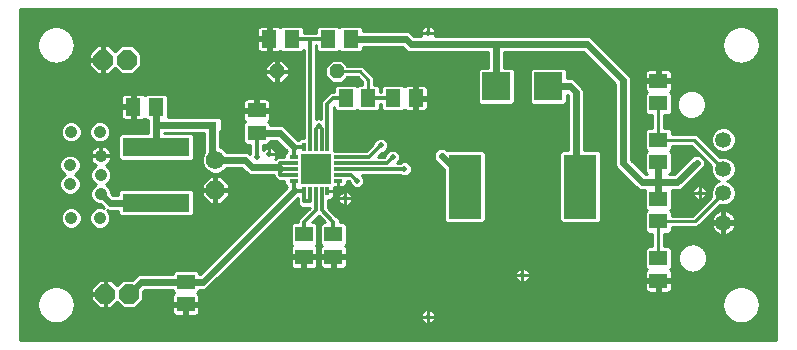
<source format=gbl>
G75*
%MOIN*%
%OFA0B0*%
%FSLAX25Y25*%
%IPPOS*%
%LPD*%
%AMOC8*
5,1,8,0,0,1.08239X$1,22.5*
%
%ADD10C,0.00000*%
%ADD11R,0.05906X0.05118*%
%ADD12R,0.05118X0.05906*%
%ADD13R,0.22441X0.06299*%
%ADD14OC8,0.06600*%
%ADD15OC8,0.04800*%
%ADD16C,0.04134*%
%ADD17R,0.01181X0.03150*%
%ADD18R,0.03150X0.01181*%
%ADD19R,0.09843X0.09843*%
%ADD20C,0.02400*%
%ADD21C,0.05315*%
%ADD22OC8,0.06200*%
%ADD23C,0.06200*%
%ADD24R,0.11024X0.21260*%
%ADD25R,0.03150X0.02362*%
%ADD26R,0.09449X0.09449*%
%ADD27C,0.01969*%
%ADD28C,0.01000*%
%ADD29C,0.01181*%
%ADD30C,0.02362*%
%ADD31C,0.02165*%
%ADD32C,0.00984*%
D10*
X0065745Y0061101D02*
X0294091Y0061101D01*
X0294376Y0061104D01*
X0294662Y0061115D01*
X0294947Y0061132D01*
X0295231Y0061156D01*
X0295515Y0061187D01*
X0295798Y0061225D01*
X0296079Y0061270D01*
X0296360Y0061321D01*
X0296640Y0061379D01*
X0296918Y0061444D01*
X0297194Y0061516D01*
X0297468Y0061594D01*
X0297741Y0061679D01*
X0298011Y0061771D01*
X0298279Y0061869D01*
X0298545Y0061973D01*
X0298808Y0062084D01*
X0299068Y0062201D01*
X0299326Y0062324D01*
X0299580Y0062454D01*
X0299831Y0062590D01*
X0300079Y0062731D01*
X0300323Y0062879D01*
X0300564Y0063032D01*
X0300800Y0063192D01*
X0301033Y0063357D01*
X0301262Y0063527D01*
X0301487Y0063703D01*
X0301707Y0063885D01*
X0301923Y0064071D01*
X0302134Y0064263D01*
X0302341Y0064460D01*
X0302543Y0064662D01*
X0302740Y0064869D01*
X0302932Y0065080D01*
X0303118Y0065296D01*
X0303300Y0065516D01*
X0303476Y0065741D01*
X0303646Y0065970D01*
X0303811Y0066203D01*
X0303971Y0066439D01*
X0304124Y0066680D01*
X0304272Y0066924D01*
X0304413Y0067172D01*
X0304549Y0067423D01*
X0304679Y0067677D01*
X0304802Y0067935D01*
X0304919Y0068195D01*
X0305030Y0068458D01*
X0305134Y0068724D01*
X0305232Y0068992D01*
X0305324Y0069262D01*
X0305409Y0069535D01*
X0305487Y0069809D01*
X0305559Y0070085D01*
X0305624Y0070363D01*
X0305682Y0070643D01*
X0305733Y0070924D01*
X0305778Y0071205D01*
X0305816Y0071488D01*
X0305847Y0071772D01*
X0305871Y0072056D01*
X0305888Y0072341D01*
X0305899Y0072627D01*
X0305902Y0072912D01*
X0305902Y0159526D01*
X0305902Y0155589D02*
X0305902Y0076849D01*
X0288185Y0072912D02*
X0288187Y0073065D01*
X0288193Y0073219D01*
X0288203Y0073372D01*
X0288217Y0073524D01*
X0288235Y0073677D01*
X0288257Y0073828D01*
X0288282Y0073979D01*
X0288312Y0074130D01*
X0288346Y0074280D01*
X0288383Y0074428D01*
X0288424Y0074576D01*
X0288469Y0074722D01*
X0288518Y0074868D01*
X0288571Y0075012D01*
X0288627Y0075154D01*
X0288687Y0075295D01*
X0288751Y0075435D01*
X0288818Y0075573D01*
X0288889Y0075709D01*
X0288964Y0075843D01*
X0289041Y0075975D01*
X0289123Y0076105D01*
X0289207Y0076233D01*
X0289295Y0076359D01*
X0289386Y0076482D01*
X0289480Y0076603D01*
X0289578Y0076721D01*
X0289678Y0076837D01*
X0289782Y0076950D01*
X0289888Y0077061D01*
X0289997Y0077169D01*
X0290109Y0077274D01*
X0290223Y0077375D01*
X0290341Y0077474D01*
X0290460Y0077570D01*
X0290582Y0077663D01*
X0290707Y0077752D01*
X0290834Y0077839D01*
X0290963Y0077921D01*
X0291094Y0078001D01*
X0291227Y0078077D01*
X0291362Y0078150D01*
X0291499Y0078219D01*
X0291638Y0078284D01*
X0291778Y0078346D01*
X0291920Y0078404D01*
X0292063Y0078459D01*
X0292208Y0078510D01*
X0292354Y0078557D01*
X0292501Y0078600D01*
X0292649Y0078639D01*
X0292798Y0078675D01*
X0292948Y0078706D01*
X0293099Y0078734D01*
X0293250Y0078758D01*
X0293403Y0078778D01*
X0293555Y0078794D01*
X0293708Y0078806D01*
X0293861Y0078814D01*
X0294014Y0078818D01*
X0294168Y0078818D01*
X0294321Y0078814D01*
X0294474Y0078806D01*
X0294627Y0078794D01*
X0294779Y0078778D01*
X0294932Y0078758D01*
X0295083Y0078734D01*
X0295234Y0078706D01*
X0295384Y0078675D01*
X0295533Y0078639D01*
X0295681Y0078600D01*
X0295828Y0078557D01*
X0295974Y0078510D01*
X0296119Y0078459D01*
X0296262Y0078404D01*
X0296404Y0078346D01*
X0296544Y0078284D01*
X0296683Y0078219D01*
X0296820Y0078150D01*
X0296955Y0078077D01*
X0297088Y0078001D01*
X0297219Y0077921D01*
X0297348Y0077839D01*
X0297475Y0077752D01*
X0297600Y0077663D01*
X0297722Y0077570D01*
X0297841Y0077474D01*
X0297959Y0077375D01*
X0298073Y0077274D01*
X0298185Y0077169D01*
X0298294Y0077061D01*
X0298400Y0076950D01*
X0298504Y0076837D01*
X0298604Y0076721D01*
X0298702Y0076603D01*
X0298796Y0076482D01*
X0298887Y0076359D01*
X0298975Y0076233D01*
X0299059Y0076105D01*
X0299141Y0075975D01*
X0299218Y0075843D01*
X0299293Y0075709D01*
X0299364Y0075573D01*
X0299431Y0075435D01*
X0299495Y0075295D01*
X0299555Y0075154D01*
X0299611Y0075012D01*
X0299664Y0074868D01*
X0299713Y0074722D01*
X0299758Y0074576D01*
X0299799Y0074428D01*
X0299836Y0074280D01*
X0299870Y0074130D01*
X0299900Y0073979D01*
X0299925Y0073828D01*
X0299947Y0073677D01*
X0299965Y0073524D01*
X0299979Y0073372D01*
X0299989Y0073219D01*
X0299995Y0073065D01*
X0299997Y0072912D01*
X0299995Y0072759D01*
X0299989Y0072605D01*
X0299979Y0072452D01*
X0299965Y0072300D01*
X0299947Y0072147D01*
X0299925Y0071996D01*
X0299900Y0071845D01*
X0299870Y0071694D01*
X0299836Y0071544D01*
X0299799Y0071396D01*
X0299758Y0071248D01*
X0299713Y0071102D01*
X0299664Y0070956D01*
X0299611Y0070812D01*
X0299555Y0070670D01*
X0299495Y0070529D01*
X0299431Y0070389D01*
X0299364Y0070251D01*
X0299293Y0070115D01*
X0299218Y0069981D01*
X0299141Y0069849D01*
X0299059Y0069719D01*
X0298975Y0069591D01*
X0298887Y0069465D01*
X0298796Y0069342D01*
X0298702Y0069221D01*
X0298604Y0069103D01*
X0298504Y0068987D01*
X0298400Y0068874D01*
X0298294Y0068763D01*
X0298185Y0068655D01*
X0298073Y0068550D01*
X0297959Y0068449D01*
X0297841Y0068350D01*
X0297722Y0068254D01*
X0297600Y0068161D01*
X0297475Y0068072D01*
X0297348Y0067985D01*
X0297219Y0067903D01*
X0297088Y0067823D01*
X0296955Y0067747D01*
X0296820Y0067674D01*
X0296683Y0067605D01*
X0296544Y0067540D01*
X0296404Y0067478D01*
X0296262Y0067420D01*
X0296119Y0067365D01*
X0295974Y0067314D01*
X0295828Y0067267D01*
X0295681Y0067224D01*
X0295533Y0067185D01*
X0295384Y0067149D01*
X0295234Y0067118D01*
X0295083Y0067090D01*
X0294932Y0067066D01*
X0294779Y0067046D01*
X0294627Y0067030D01*
X0294474Y0067018D01*
X0294321Y0067010D01*
X0294168Y0067006D01*
X0294014Y0067006D01*
X0293861Y0067010D01*
X0293708Y0067018D01*
X0293555Y0067030D01*
X0293403Y0067046D01*
X0293250Y0067066D01*
X0293099Y0067090D01*
X0292948Y0067118D01*
X0292798Y0067149D01*
X0292649Y0067185D01*
X0292501Y0067224D01*
X0292354Y0067267D01*
X0292208Y0067314D01*
X0292063Y0067365D01*
X0291920Y0067420D01*
X0291778Y0067478D01*
X0291638Y0067540D01*
X0291499Y0067605D01*
X0291362Y0067674D01*
X0291227Y0067747D01*
X0291094Y0067823D01*
X0290963Y0067903D01*
X0290834Y0067985D01*
X0290707Y0068072D01*
X0290582Y0068161D01*
X0290460Y0068254D01*
X0290341Y0068350D01*
X0290223Y0068449D01*
X0290109Y0068550D01*
X0289997Y0068655D01*
X0289888Y0068763D01*
X0289782Y0068874D01*
X0289678Y0068987D01*
X0289578Y0069103D01*
X0289480Y0069221D01*
X0289386Y0069342D01*
X0289295Y0069465D01*
X0289207Y0069591D01*
X0289123Y0069719D01*
X0289041Y0069849D01*
X0288964Y0069981D01*
X0288889Y0070115D01*
X0288818Y0070251D01*
X0288751Y0070389D01*
X0288687Y0070529D01*
X0288627Y0070670D01*
X0288571Y0070812D01*
X0288518Y0070956D01*
X0288469Y0071102D01*
X0288424Y0071248D01*
X0288383Y0071396D01*
X0288346Y0071544D01*
X0288312Y0071694D01*
X0288282Y0071845D01*
X0288257Y0071996D01*
X0288235Y0072147D01*
X0288217Y0072300D01*
X0288203Y0072452D01*
X0288193Y0072605D01*
X0288187Y0072759D01*
X0288185Y0072912D01*
X0273421Y0088503D02*
X0273423Y0088637D01*
X0273429Y0088771D01*
X0273439Y0088905D01*
X0273453Y0089039D01*
X0273471Y0089172D01*
X0273492Y0089304D01*
X0273518Y0089436D01*
X0273548Y0089567D01*
X0273581Y0089697D01*
X0273618Y0089825D01*
X0273660Y0089953D01*
X0273704Y0090080D01*
X0273753Y0090205D01*
X0273805Y0090328D01*
X0273861Y0090450D01*
X0273921Y0090571D01*
X0273984Y0090689D01*
X0274050Y0090806D01*
X0274120Y0090920D01*
X0274193Y0091033D01*
X0274270Y0091143D01*
X0274350Y0091251D01*
X0274433Y0091356D01*
X0274519Y0091459D01*
X0274608Y0091559D01*
X0274700Y0091657D01*
X0274795Y0091752D01*
X0274893Y0091844D01*
X0274993Y0091933D01*
X0275096Y0092019D01*
X0275201Y0092102D01*
X0275309Y0092182D01*
X0275419Y0092259D01*
X0275532Y0092332D01*
X0275646Y0092402D01*
X0275763Y0092468D01*
X0275881Y0092531D01*
X0276002Y0092591D01*
X0276124Y0092647D01*
X0276247Y0092699D01*
X0276372Y0092748D01*
X0276499Y0092792D01*
X0276627Y0092834D01*
X0276755Y0092871D01*
X0276885Y0092904D01*
X0277016Y0092934D01*
X0277148Y0092960D01*
X0277280Y0092981D01*
X0277413Y0092999D01*
X0277547Y0093013D01*
X0277681Y0093023D01*
X0277815Y0093029D01*
X0277949Y0093031D01*
X0278083Y0093029D01*
X0278217Y0093023D01*
X0278351Y0093013D01*
X0278485Y0092999D01*
X0278618Y0092981D01*
X0278750Y0092960D01*
X0278882Y0092934D01*
X0279013Y0092904D01*
X0279143Y0092871D01*
X0279271Y0092834D01*
X0279399Y0092792D01*
X0279526Y0092748D01*
X0279651Y0092699D01*
X0279774Y0092647D01*
X0279896Y0092591D01*
X0280017Y0092531D01*
X0280135Y0092468D01*
X0280252Y0092402D01*
X0280366Y0092332D01*
X0280479Y0092259D01*
X0280589Y0092182D01*
X0280697Y0092102D01*
X0280802Y0092019D01*
X0280905Y0091933D01*
X0281005Y0091844D01*
X0281103Y0091752D01*
X0281198Y0091657D01*
X0281290Y0091559D01*
X0281379Y0091459D01*
X0281465Y0091356D01*
X0281548Y0091251D01*
X0281628Y0091143D01*
X0281705Y0091033D01*
X0281778Y0090920D01*
X0281848Y0090806D01*
X0281914Y0090689D01*
X0281977Y0090571D01*
X0282037Y0090450D01*
X0282093Y0090328D01*
X0282145Y0090205D01*
X0282194Y0090080D01*
X0282238Y0089953D01*
X0282280Y0089825D01*
X0282317Y0089697D01*
X0282350Y0089567D01*
X0282380Y0089436D01*
X0282406Y0089304D01*
X0282427Y0089172D01*
X0282445Y0089039D01*
X0282459Y0088905D01*
X0282469Y0088771D01*
X0282475Y0088637D01*
X0282477Y0088503D01*
X0282475Y0088369D01*
X0282469Y0088235D01*
X0282459Y0088101D01*
X0282445Y0087967D01*
X0282427Y0087834D01*
X0282406Y0087702D01*
X0282380Y0087570D01*
X0282350Y0087439D01*
X0282317Y0087309D01*
X0282280Y0087181D01*
X0282238Y0087053D01*
X0282194Y0086926D01*
X0282145Y0086801D01*
X0282093Y0086678D01*
X0282037Y0086556D01*
X0281977Y0086435D01*
X0281914Y0086317D01*
X0281848Y0086200D01*
X0281778Y0086086D01*
X0281705Y0085973D01*
X0281628Y0085863D01*
X0281548Y0085755D01*
X0281465Y0085650D01*
X0281379Y0085547D01*
X0281290Y0085447D01*
X0281198Y0085349D01*
X0281103Y0085254D01*
X0281005Y0085162D01*
X0280905Y0085073D01*
X0280802Y0084987D01*
X0280697Y0084904D01*
X0280589Y0084824D01*
X0280479Y0084747D01*
X0280366Y0084674D01*
X0280252Y0084604D01*
X0280135Y0084538D01*
X0280017Y0084475D01*
X0279896Y0084415D01*
X0279774Y0084359D01*
X0279651Y0084307D01*
X0279526Y0084258D01*
X0279399Y0084214D01*
X0279271Y0084172D01*
X0279143Y0084135D01*
X0279013Y0084102D01*
X0278882Y0084072D01*
X0278750Y0084046D01*
X0278618Y0084025D01*
X0278485Y0084007D01*
X0278351Y0083993D01*
X0278217Y0083983D01*
X0278083Y0083977D01*
X0277949Y0083975D01*
X0277815Y0083977D01*
X0277681Y0083983D01*
X0277547Y0083993D01*
X0277413Y0084007D01*
X0277280Y0084025D01*
X0277148Y0084046D01*
X0277016Y0084072D01*
X0276885Y0084102D01*
X0276755Y0084135D01*
X0276627Y0084172D01*
X0276499Y0084214D01*
X0276372Y0084258D01*
X0276247Y0084307D01*
X0276124Y0084359D01*
X0276002Y0084415D01*
X0275881Y0084475D01*
X0275763Y0084538D01*
X0275646Y0084604D01*
X0275532Y0084674D01*
X0275419Y0084747D01*
X0275309Y0084824D01*
X0275201Y0084904D01*
X0275096Y0084987D01*
X0274993Y0085073D01*
X0274893Y0085162D01*
X0274795Y0085254D01*
X0274700Y0085349D01*
X0274608Y0085447D01*
X0274519Y0085547D01*
X0274433Y0085650D01*
X0274350Y0085755D01*
X0274270Y0085863D01*
X0274193Y0085973D01*
X0274120Y0086086D01*
X0274050Y0086200D01*
X0273984Y0086317D01*
X0273921Y0086435D01*
X0273861Y0086556D01*
X0273805Y0086678D01*
X0273753Y0086801D01*
X0273704Y0086926D01*
X0273660Y0087053D01*
X0273618Y0087181D01*
X0273581Y0087309D01*
X0273548Y0087439D01*
X0273518Y0087570D01*
X0273492Y0087702D01*
X0273471Y0087834D01*
X0273453Y0087967D01*
X0273439Y0088101D01*
X0273429Y0088235D01*
X0273423Y0088369D01*
X0273421Y0088503D01*
X0273028Y0139684D02*
X0273030Y0139818D01*
X0273036Y0139952D01*
X0273046Y0140086D01*
X0273060Y0140220D01*
X0273078Y0140353D01*
X0273099Y0140485D01*
X0273125Y0140617D01*
X0273155Y0140748D01*
X0273188Y0140878D01*
X0273225Y0141006D01*
X0273267Y0141134D01*
X0273311Y0141261D01*
X0273360Y0141386D01*
X0273412Y0141509D01*
X0273468Y0141631D01*
X0273528Y0141752D01*
X0273591Y0141870D01*
X0273657Y0141987D01*
X0273727Y0142101D01*
X0273800Y0142214D01*
X0273877Y0142324D01*
X0273957Y0142432D01*
X0274040Y0142537D01*
X0274126Y0142640D01*
X0274215Y0142740D01*
X0274307Y0142838D01*
X0274402Y0142933D01*
X0274500Y0143025D01*
X0274600Y0143114D01*
X0274703Y0143200D01*
X0274808Y0143283D01*
X0274916Y0143363D01*
X0275026Y0143440D01*
X0275139Y0143513D01*
X0275253Y0143583D01*
X0275370Y0143649D01*
X0275488Y0143712D01*
X0275609Y0143772D01*
X0275731Y0143828D01*
X0275854Y0143880D01*
X0275979Y0143929D01*
X0276106Y0143973D01*
X0276234Y0144015D01*
X0276362Y0144052D01*
X0276492Y0144085D01*
X0276623Y0144115D01*
X0276755Y0144141D01*
X0276887Y0144162D01*
X0277020Y0144180D01*
X0277154Y0144194D01*
X0277288Y0144204D01*
X0277422Y0144210D01*
X0277556Y0144212D01*
X0277690Y0144210D01*
X0277824Y0144204D01*
X0277958Y0144194D01*
X0278092Y0144180D01*
X0278225Y0144162D01*
X0278357Y0144141D01*
X0278489Y0144115D01*
X0278620Y0144085D01*
X0278750Y0144052D01*
X0278878Y0144015D01*
X0279006Y0143973D01*
X0279133Y0143929D01*
X0279258Y0143880D01*
X0279381Y0143828D01*
X0279503Y0143772D01*
X0279624Y0143712D01*
X0279742Y0143649D01*
X0279859Y0143583D01*
X0279973Y0143513D01*
X0280086Y0143440D01*
X0280196Y0143363D01*
X0280304Y0143283D01*
X0280409Y0143200D01*
X0280512Y0143114D01*
X0280612Y0143025D01*
X0280710Y0142933D01*
X0280805Y0142838D01*
X0280897Y0142740D01*
X0280986Y0142640D01*
X0281072Y0142537D01*
X0281155Y0142432D01*
X0281235Y0142324D01*
X0281312Y0142214D01*
X0281385Y0142101D01*
X0281455Y0141987D01*
X0281521Y0141870D01*
X0281584Y0141752D01*
X0281644Y0141631D01*
X0281700Y0141509D01*
X0281752Y0141386D01*
X0281801Y0141261D01*
X0281845Y0141134D01*
X0281887Y0141006D01*
X0281924Y0140878D01*
X0281957Y0140748D01*
X0281987Y0140617D01*
X0282013Y0140485D01*
X0282034Y0140353D01*
X0282052Y0140220D01*
X0282066Y0140086D01*
X0282076Y0139952D01*
X0282082Y0139818D01*
X0282084Y0139684D01*
X0282082Y0139550D01*
X0282076Y0139416D01*
X0282066Y0139282D01*
X0282052Y0139148D01*
X0282034Y0139015D01*
X0282013Y0138883D01*
X0281987Y0138751D01*
X0281957Y0138620D01*
X0281924Y0138490D01*
X0281887Y0138362D01*
X0281845Y0138234D01*
X0281801Y0138107D01*
X0281752Y0137982D01*
X0281700Y0137859D01*
X0281644Y0137737D01*
X0281584Y0137616D01*
X0281521Y0137498D01*
X0281455Y0137381D01*
X0281385Y0137267D01*
X0281312Y0137154D01*
X0281235Y0137044D01*
X0281155Y0136936D01*
X0281072Y0136831D01*
X0280986Y0136728D01*
X0280897Y0136628D01*
X0280805Y0136530D01*
X0280710Y0136435D01*
X0280612Y0136343D01*
X0280512Y0136254D01*
X0280409Y0136168D01*
X0280304Y0136085D01*
X0280196Y0136005D01*
X0280086Y0135928D01*
X0279973Y0135855D01*
X0279859Y0135785D01*
X0279742Y0135719D01*
X0279624Y0135656D01*
X0279503Y0135596D01*
X0279381Y0135540D01*
X0279258Y0135488D01*
X0279133Y0135439D01*
X0279006Y0135395D01*
X0278878Y0135353D01*
X0278750Y0135316D01*
X0278620Y0135283D01*
X0278489Y0135253D01*
X0278357Y0135227D01*
X0278225Y0135206D01*
X0278092Y0135188D01*
X0277958Y0135174D01*
X0277824Y0135164D01*
X0277690Y0135158D01*
X0277556Y0135156D01*
X0277422Y0135158D01*
X0277288Y0135164D01*
X0277154Y0135174D01*
X0277020Y0135188D01*
X0276887Y0135206D01*
X0276755Y0135227D01*
X0276623Y0135253D01*
X0276492Y0135283D01*
X0276362Y0135316D01*
X0276234Y0135353D01*
X0276106Y0135395D01*
X0275979Y0135439D01*
X0275854Y0135488D01*
X0275731Y0135540D01*
X0275609Y0135596D01*
X0275488Y0135656D01*
X0275370Y0135719D01*
X0275253Y0135785D01*
X0275139Y0135855D01*
X0275026Y0135928D01*
X0274916Y0136005D01*
X0274808Y0136085D01*
X0274703Y0136168D01*
X0274600Y0136254D01*
X0274500Y0136343D01*
X0274402Y0136435D01*
X0274307Y0136530D01*
X0274215Y0136628D01*
X0274126Y0136728D01*
X0274040Y0136831D01*
X0273957Y0136936D01*
X0273877Y0137044D01*
X0273800Y0137154D01*
X0273727Y0137267D01*
X0273657Y0137381D01*
X0273591Y0137498D01*
X0273528Y0137616D01*
X0273468Y0137737D01*
X0273412Y0137859D01*
X0273360Y0137982D01*
X0273311Y0138107D01*
X0273267Y0138234D01*
X0273225Y0138362D01*
X0273188Y0138490D01*
X0273155Y0138620D01*
X0273125Y0138751D01*
X0273099Y0138883D01*
X0273078Y0139015D01*
X0273060Y0139148D01*
X0273046Y0139282D01*
X0273036Y0139416D01*
X0273030Y0139550D01*
X0273028Y0139684D01*
X0294091Y0171337D02*
X0294376Y0171334D01*
X0294662Y0171323D01*
X0294947Y0171306D01*
X0295231Y0171282D01*
X0295515Y0171251D01*
X0295798Y0171213D01*
X0296079Y0171168D01*
X0296360Y0171117D01*
X0296640Y0171059D01*
X0296918Y0170994D01*
X0297194Y0170922D01*
X0297468Y0170844D01*
X0297741Y0170759D01*
X0298011Y0170667D01*
X0298279Y0170569D01*
X0298545Y0170465D01*
X0298808Y0170354D01*
X0299068Y0170237D01*
X0299326Y0170114D01*
X0299580Y0169984D01*
X0299831Y0169848D01*
X0300079Y0169707D01*
X0300323Y0169559D01*
X0300564Y0169406D01*
X0300800Y0169246D01*
X0301033Y0169081D01*
X0301262Y0168911D01*
X0301487Y0168735D01*
X0301707Y0168553D01*
X0301923Y0168367D01*
X0302134Y0168175D01*
X0302341Y0167978D01*
X0302543Y0167776D01*
X0302740Y0167569D01*
X0302932Y0167358D01*
X0303118Y0167142D01*
X0303300Y0166922D01*
X0303476Y0166697D01*
X0303646Y0166468D01*
X0303811Y0166235D01*
X0303971Y0165999D01*
X0304124Y0165758D01*
X0304272Y0165514D01*
X0304413Y0165266D01*
X0304549Y0165015D01*
X0304679Y0164761D01*
X0304802Y0164503D01*
X0304919Y0164243D01*
X0305030Y0163980D01*
X0305134Y0163714D01*
X0305232Y0163446D01*
X0305324Y0163176D01*
X0305409Y0162903D01*
X0305487Y0162629D01*
X0305559Y0162353D01*
X0305624Y0162075D01*
X0305682Y0161795D01*
X0305733Y0161514D01*
X0305778Y0161233D01*
X0305816Y0160950D01*
X0305847Y0160666D01*
X0305871Y0160382D01*
X0305888Y0160097D01*
X0305899Y0159811D01*
X0305902Y0159526D01*
X0288185Y0159526D02*
X0288187Y0159679D01*
X0288193Y0159833D01*
X0288203Y0159986D01*
X0288217Y0160138D01*
X0288235Y0160291D01*
X0288257Y0160442D01*
X0288282Y0160593D01*
X0288312Y0160744D01*
X0288346Y0160894D01*
X0288383Y0161042D01*
X0288424Y0161190D01*
X0288469Y0161336D01*
X0288518Y0161482D01*
X0288571Y0161626D01*
X0288627Y0161768D01*
X0288687Y0161909D01*
X0288751Y0162049D01*
X0288818Y0162187D01*
X0288889Y0162323D01*
X0288964Y0162457D01*
X0289041Y0162589D01*
X0289123Y0162719D01*
X0289207Y0162847D01*
X0289295Y0162973D01*
X0289386Y0163096D01*
X0289480Y0163217D01*
X0289578Y0163335D01*
X0289678Y0163451D01*
X0289782Y0163564D01*
X0289888Y0163675D01*
X0289997Y0163783D01*
X0290109Y0163888D01*
X0290223Y0163989D01*
X0290341Y0164088D01*
X0290460Y0164184D01*
X0290582Y0164277D01*
X0290707Y0164366D01*
X0290834Y0164453D01*
X0290963Y0164535D01*
X0291094Y0164615D01*
X0291227Y0164691D01*
X0291362Y0164764D01*
X0291499Y0164833D01*
X0291638Y0164898D01*
X0291778Y0164960D01*
X0291920Y0165018D01*
X0292063Y0165073D01*
X0292208Y0165124D01*
X0292354Y0165171D01*
X0292501Y0165214D01*
X0292649Y0165253D01*
X0292798Y0165289D01*
X0292948Y0165320D01*
X0293099Y0165348D01*
X0293250Y0165372D01*
X0293403Y0165392D01*
X0293555Y0165408D01*
X0293708Y0165420D01*
X0293861Y0165428D01*
X0294014Y0165432D01*
X0294168Y0165432D01*
X0294321Y0165428D01*
X0294474Y0165420D01*
X0294627Y0165408D01*
X0294779Y0165392D01*
X0294932Y0165372D01*
X0295083Y0165348D01*
X0295234Y0165320D01*
X0295384Y0165289D01*
X0295533Y0165253D01*
X0295681Y0165214D01*
X0295828Y0165171D01*
X0295974Y0165124D01*
X0296119Y0165073D01*
X0296262Y0165018D01*
X0296404Y0164960D01*
X0296544Y0164898D01*
X0296683Y0164833D01*
X0296820Y0164764D01*
X0296955Y0164691D01*
X0297088Y0164615D01*
X0297219Y0164535D01*
X0297348Y0164453D01*
X0297475Y0164366D01*
X0297600Y0164277D01*
X0297722Y0164184D01*
X0297841Y0164088D01*
X0297959Y0163989D01*
X0298073Y0163888D01*
X0298185Y0163783D01*
X0298294Y0163675D01*
X0298400Y0163564D01*
X0298504Y0163451D01*
X0298604Y0163335D01*
X0298702Y0163217D01*
X0298796Y0163096D01*
X0298887Y0162973D01*
X0298975Y0162847D01*
X0299059Y0162719D01*
X0299141Y0162589D01*
X0299218Y0162457D01*
X0299293Y0162323D01*
X0299364Y0162187D01*
X0299431Y0162049D01*
X0299495Y0161909D01*
X0299555Y0161768D01*
X0299611Y0161626D01*
X0299664Y0161482D01*
X0299713Y0161336D01*
X0299758Y0161190D01*
X0299799Y0161042D01*
X0299836Y0160894D01*
X0299870Y0160744D01*
X0299900Y0160593D01*
X0299925Y0160442D01*
X0299947Y0160291D01*
X0299965Y0160138D01*
X0299979Y0159986D01*
X0299989Y0159833D01*
X0299995Y0159679D01*
X0299997Y0159526D01*
X0299995Y0159373D01*
X0299989Y0159219D01*
X0299979Y0159066D01*
X0299965Y0158914D01*
X0299947Y0158761D01*
X0299925Y0158610D01*
X0299900Y0158459D01*
X0299870Y0158308D01*
X0299836Y0158158D01*
X0299799Y0158010D01*
X0299758Y0157862D01*
X0299713Y0157716D01*
X0299664Y0157570D01*
X0299611Y0157426D01*
X0299555Y0157284D01*
X0299495Y0157143D01*
X0299431Y0157003D01*
X0299364Y0156865D01*
X0299293Y0156729D01*
X0299218Y0156595D01*
X0299141Y0156463D01*
X0299059Y0156333D01*
X0298975Y0156205D01*
X0298887Y0156079D01*
X0298796Y0155956D01*
X0298702Y0155835D01*
X0298604Y0155717D01*
X0298504Y0155601D01*
X0298400Y0155488D01*
X0298294Y0155377D01*
X0298185Y0155269D01*
X0298073Y0155164D01*
X0297959Y0155063D01*
X0297841Y0154964D01*
X0297722Y0154868D01*
X0297600Y0154775D01*
X0297475Y0154686D01*
X0297348Y0154599D01*
X0297219Y0154517D01*
X0297088Y0154437D01*
X0296955Y0154361D01*
X0296820Y0154288D01*
X0296683Y0154219D01*
X0296544Y0154154D01*
X0296404Y0154092D01*
X0296262Y0154034D01*
X0296119Y0153979D01*
X0295974Y0153928D01*
X0295828Y0153881D01*
X0295681Y0153838D01*
X0295533Y0153799D01*
X0295384Y0153763D01*
X0295234Y0153732D01*
X0295083Y0153704D01*
X0294932Y0153680D01*
X0294779Y0153660D01*
X0294627Y0153644D01*
X0294474Y0153632D01*
X0294321Y0153624D01*
X0294168Y0153620D01*
X0294014Y0153620D01*
X0293861Y0153624D01*
X0293708Y0153632D01*
X0293555Y0153644D01*
X0293403Y0153660D01*
X0293250Y0153680D01*
X0293099Y0153704D01*
X0292948Y0153732D01*
X0292798Y0153763D01*
X0292649Y0153799D01*
X0292501Y0153838D01*
X0292354Y0153881D01*
X0292208Y0153928D01*
X0292063Y0153979D01*
X0291920Y0154034D01*
X0291778Y0154092D01*
X0291638Y0154154D01*
X0291499Y0154219D01*
X0291362Y0154288D01*
X0291227Y0154361D01*
X0291094Y0154437D01*
X0290963Y0154517D01*
X0290834Y0154599D01*
X0290707Y0154686D01*
X0290582Y0154775D01*
X0290460Y0154868D01*
X0290341Y0154964D01*
X0290223Y0155063D01*
X0290109Y0155164D01*
X0289997Y0155269D01*
X0289888Y0155377D01*
X0289782Y0155488D01*
X0289678Y0155601D01*
X0289578Y0155717D01*
X0289480Y0155835D01*
X0289386Y0155956D01*
X0289295Y0156079D01*
X0289207Y0156205D01*
X0289123Y0156333D01*
X0289041Y0156463D01*
X0288964Y0156595D01*
X0288889Y0156729D01*
X0288818Y0156865D01*
X0288751Y0157003D01*
X0288687Y0157143D01*
X0288627Y0157284D01*
X0288571Y0157426D01*
X0288518Y0157570D01*
X0288469Y0157716D01*
X0288424Y0157862D01*
X0288383Y0158010D01*
X0288346Y0158158D01*
X0288312Y0158308D01*
X0288282Y0158459D01*
X0288257Y0158610D01*
X0288235Y0158761D01*
X0288217Y0158914D01*
X0288203Y0159066D01*
X0288193Y0159219D01*
X0288187Y0159373D01*
X0288185Y0159526D01*
X0294091Y0171337D02*
X0065745Y0171337D01*
X0065460Y0171334D01*
X0065174Y0171323D01*
X0064889Y0171306D01*
X0064605Y0171282D01*
X0064321Y0171251D01*
X0064038Y0171213D01*
X0063757Y0171168D01*
X0063476Y0171117D01*
X0063196Y0171059D01*
X0062918Y0170994D01*
X0062642Y0170922D01*
X0062368Y0170844D01*
X0062095Y0170759D01*
X0061825Y0170667D01*
X0061557Y0170569D01*
X0061291Y0170465D01*
X0061028Y0170354D01*
X0060768Y0170237D01*
X0060510Y0170114D01*
X0060256Y0169984D01*
X0060005Y0169848D01*
X0059757Y0169707D01*
X0059513Y0169559D01*
X0059272Y0169406D01*
X0059036Y0169246D01*
X0058803Y0169081D01*
X0058574Y0168911D01*
X0058349Y0168735D01*
X0058129Y0168553D01*
X0057913Y0168367D01*
X0057702Y0168175D01*
X0057495Y0167978D01*
X0057293Y0167776D01*
X0057096Y0167569D01*
X0056904Y0167358D01*
X0056718Y0167142D01*
X0056536Y0166922D01*
X0056360Y0166697D01*
X0056190Y0166468D01*
X0056025Y0166235D01*
X0055865Y0165999D01*
X0055712Y0165758D01*
X0055564Y0165514D01*
X0055423Y0165266D01*
X0055287Y0165015D01*
X0055157Y0164761D01*
X0055034Y0164503D01*
X0054917Y0164243D01*
X0054806Y0163980D01*
X0054702Y0163714D01*
X0054604Y0163446D01*
X0054512Y0163176D01*
X0054427Y0162903D01*
X0054349Y0162629D01*
X0054277Y0162353D01*
X0054212Y0162075D01*
X0054154Y0161795D01*
X0054103Y0161514D01*
X0054058Y0161233D01*
X0054020Y0160950D01*
X0053989Y0160666D01*
X0053965Y0160382D01*
X0053948Y0160097D01*
X0053937Y0159811D01*
X0053934Y0159526D01*
X0053934Y0072912D01*
X0053937Y0072627D01*
X0053948Y0072341D01*
X0053965Y0072056D01*
X0053989Y0071772D01*
X0054020Y0071488D01*
X0054058Y0071205D01*
X0054103Y0070924D01*
X0054154Y0070643D01*
X0054212Y0070363D01*
X0054277Y0070085D01*
X0054349Y0069809D01*
X0054427Y0069535D01*
X0054512Y0069262D01*
X0054604Y0068992D01*
X0054702Y0068724D01*
X0054806Y0068458D01*
X0054917Y0068195D01*
X0055034Y0067935D01*
X0055157Y0067677D01*
X0055287Y0067423D01*
X0055423Y0067172D01*
X0055564Y0066924D01*
X0055712Y0066680D01*
X0055865Y0066439D01*
X0056025Y0066203D01*
X0056190Y0065970D01*
X0056360Y0065741D01*
X0056536Y0065516D01*
X0056718Y0065296D01*
X0056904Y0065080D01*
X0057096Y0064869D01*
X0057293Y0064662D01*
X0057495Y0064460D01*
X0057702Y0064263D01*
X0057913Y0064071D01*
X0058129Y0063885D01*
X0058349Y0063703D01*
X0058574Y0063527D01*
X0058803Y0063357D01*
X0059036Y0063192D01*
X0059272Y0063032D01*
X0059513Y0062879D01*
X0059757Y0062731D01*
X0060005Y0062590D01*
X0060256Y0062454D01*
X0060510Y0062324D01*
X0060768Y0062201D01*
X0061028Y0062084D01*
X0061291Y0061973D01*
X0061557Y0061869D01*
X0061825Y0061771D01*
X0062095Y0061679D01*
X0062368Y0061594D01*
X0062642Y0061516D01*
X0062918Y0061444D01*
X0063196Y0061379D01*
X0063476Y0061321D01*
X0063757Y0061270D01*
X0064038Y0061225D01*
X0064321Y0061187D01*
X0064605Y0061156D01*
X0064889Y0061132D01*
X0065174Y0061115D01*
X0065460Y0061104D01*
X0065745Y0061101D01*
X0059839Y0072912D02*
X0059841Y0073065D01*
X0059847Y0073219D01*
X0059857Y0073372D01*
X0059871Y0073524D01*
X0059889Y0073677D01*
X0059911Y0073828D01*
X0059936Y0073979D01*
X0059966Y0074130D01*
X0060000Y0074280D01*
X0060037Y0074428D01*
X0060078Y0074576D01*
X0060123Y0074722D01*
X0060172Y0074868D01*
X0060225Y0075012D01*
X0060281Y0075154D01*
X0060341Y0075295D01*
X0060405Y0075435D01*
X0060472Y0075573D01*
X0060543Y0075709D01*
X0060618Y0075843D01*
X0060695Y0075975D01*
X0060777Y0076105D01*
X0060861Y0076233D01*
X0060949Y0076359D01*
X0061040Y0076482D01*
X0061134Y0076603D01*
X0061232Y0076721D01*
X0061332Y0076837D01*
X0061436Y0076950D01*
X0061542Y0077061D01*
X0061651Y0077169D01*
X0061763Y0077274D01*
X0061877Y0077375D01*
X0061995Y0077474D01*
X0062114Y0077570D01*
X0062236Y0077663D01*
X0062361Y0077752D01*
X0062488Y0077839D01*
X0062617Y0077921D01*
X0062748Y0078001D01*
X0062881Y0078077D01*
X0063016Y0078150D01*
X0063153Y0078219D01*
X0063292Y0078284D01*
X0063432Y0078346D01*
X0063574Y0078404D01*
X0063717Y0078459D01*
X0063862Y0078510D01*
X0064008Y0078557D01*
X0064155Y0078600D01*
X0064303Y0078639D01*
X0064452Y0078675D01*
X0064602Y0078706D01*
X0064753Y0078734D01*
X0064904Y0078758D01*
X0065057Y0078778D01*
X0065209Y0078794D01*
X0065362Y0078806D01*
X0065515Y0078814D01*
X0065668Y0078818D01*
X0065822Y0078818D01*
X0065975Y0078814D01*
X0066128Y0078806D01*
X0066281Y0078794D01*
X0066433Y0078778D01*
X0066586Y0078758D01*
X0066737Y0078734D01*
X0066888Y0078706D01*
X0067038Y0078675D01*
X0067187Y0078639D01*
X0067335Y0078600D01*
X0067482Y0078557D01*
X0067628Y0078510D01*
X0067773Y0078459D01*
X0067916Y0078404D01*
X0068058Y0078346D01*
X0068198Y0078284D01*
X0068337Y0078219D01*
X0068474Y0078150D01*
X0068609Y0078077D01*
X0068742Y0078001D01*
X0068873Y0077921D01*
X0069002Y0077839D01*
X0069129Y0077752D01*
X0069254Y0077663D01*
X0069376Y0077570D01*
X0069495Y0077474D01*
X0069613Y0077375D01*
X0069727Y0077274D01*
X0069839Y0077169D01*
X0069948Y0077061D01*
X0070054Y0076950D01*
X0070158Y0076837D01*
X0070258Y0076721D01*
X0070356Y0076603D01*
X0070450Y0076482D01*
X0070541Y0076359D01*
X0070629Y0076233D01*
X0070713Y0076105D01*
X0070795Y0075975D01*
X0070872Y0075843D01*
X0070947Y0075709D01*
X0071018Y0075573D01*
X0071085Y0075435D01*
X0071149Y0075295D01*
X0071209Y0075154D01*
X0071265Y0075012D01*
X0071318Y0074868D01*
X0071367Y0074722D01*
X0071412Y0074576D01*
X0071453Y0074428D01*
X0071490Y0074280D01*
X0071524Y0074130D01*
X0071554Y0073979D01*
X0071579Y0073828D01*
X0071601Y0073677D01*
X0071619Y0073524D01*
X0071633Y0073372D01*
X0071643Y0073219D01*
X0071649Y0073065D01*
X0071651Y0072912D01*
X0071649Y0072759D01*
X0071643Y0072605D01*
X0071633Y0072452D01*
X0071619Y0072300D01*
X0071601Y0072147D01*
X0071579Y0071996D01*
X0071554Y0071845D01*
X0071524Y0071694D01*
X0071490Y0071544D01*
X0071453Y0071396D01*
X0071412Y0071248D01*
X0071367Y0071102D01*
X0071318Y0070956D01*
X0071265Y0070812D01*
X0071209Y0070670D01*
X0071149Y0070529D01*
X0071085Y0070389D01*
X0071018Y0070251D01*
X0070947Y0070115D01*
X0070872Y0069981D01*
X0070795Y0069849D01*
X0070713Y0069719D01*
X0070629Y0069591D01*
X0070541Y0069465D01*
X0070450Y0069342D01*
X0070356Y0069221D01*
X0070258Y0069103D01*
X0070158Y0068987D01*
X0070054Y0068874D01*
X0069948Y0068763D01*
X0069839Y0068655D01*
X0069727Y0068550D01*
X0069613Y0068449D01*
X0069495Y0068350D01*
X0069376Y0068254D01*
X0069254Y0068161D01*
X0069129Y0068072D01*
X0069002Y0067985D01*
X0068873Y0067903D01*
X0068742Y0067823D01*
X0068609Y0067747D01*
X0068474Y0067674D01*
X0068337Y0067605D01*
X0068198Y0067540D01*
X0068058Y0067478D01*
X0067916Y0067420D01*
X0067773Y0067365D01*
X0067628Y0067314D01*
X0067482Y0067267D01*
X0067335Y0067224D01*
X0067187Y0067185D01*
X0067038Y0067149D01*
X0066888Y0067118D01*
X0066737Y0067090D01*
X0066586Y0067066D01*
X0066433Y0067046D01*
X0066281Y0067030D01*
X0066128Y0067018D01*
X0065975Y0067010D01*
X0065822Y0067006D01*
X0065668Y0067006D01*
X0065515Y0067010D01*
X0065362Y0067018D01*
X0065209Y0067030D01*
X0065057Y0067046D01*
X0064904Y0067066D01*
X0064753Y0067090D01*
X0064602Y0067118D01*
X0064452Y0067149D01*
X0064303Y0067185D01*
X0064155Y0067224D01*
X0064008Y0067267D01*
X0063862Y0067314D01*
X0063717Y0067365D01*
X0063574Y0067420D01*
X0063432Y0067478D01*
X0063292Y0067540D01*
X0063153Y0067605D01*
X0063016Y0067674D01*
X0062881Y0067747D01*
X0062748Y0067823D01*
X0062617Y0067903D01*
X0062488Y0067985D01*
X0062361Y0068072D01*
X0062236Y0068161D01*
X0062114Y0068254D01*
X0061995Y0068350D01*
X0061877Y0068449D01*
X0061763Y0068550D01*
X0061651Y0068655D01*
X0061542Y0068763D01*
X0061436Y0068874D01*
X0061332Y0068987D01*
X0061232Y0069103D01*
X0061134Y0069221D01*
X0061040Y0069342D01*
X0060949Y0069465D01*
X0060861Y0069591D01*
X0060777Y0069719D01*
X0060695Y0069849D01*
X0060618Y0069981D01*
X0060543Y0070115D01*
X0060472Y0070251D01*
X0060405Y0070389D01*
X0060341Y0070529D01*
X0060281Y0070670D01*
X0060225Y0070812D01*
X0060172Y0070956D01*
X0060123Y0071102D01*
X0060078Y0071248D01*
X0060037Y0071396D01*
X0060000Y0071544D01*
X0059966Y0071694D01*
X0059936Y0071845D01*
X0059911Y0071996D01*
X0059889Y0072147D01*
X0059871Y0072300D01*
X0059857Y0072452D01*
X0059847Y0072605D01*
X0059841Y0072759D01*
X0059839Y0072912D01*
X0059839Y0159526D02*
X0059841Y0159679D01*
X0059847Y0159833D01*
X0059857Y0159986D01*
X0059871Y0160138D01*
X0059889Y0160291D01*
X0059911Y0160442D01*
X0059936Y0160593D01*
X0059966Y0160744D01*
X0060000Y0160894D01*
X0060037Y0161042D01*
X0060078Y0161190D01*
X0060123Y0161336D01*
X0060172Y0161482D01*
X0060225Y0161626D01*
X0060281Y0161768D01*
X0060341Y0161909D01*
X0060405Y0162049D01*
X0060472Y0162187D01*
X0060543Y0162323D01*
X0060618Y0162457D01*
X0060695Y0162589D01*
X0060777Y0162719D01*
X0060861Y0162847D01*
X0060949Y0162973D01*
X0061040Y0163096D01*
X0061134Y0163217D01*
X0061232Y0163335D01*
X0061332Y0163451D01*
X0061436Y0163564D01*
X0061542Y0163675D01*
X0061651Y0163783D01*
X0061763Y0163888D01*
X0061877Y0163989D01*
X0061995Y0164088D01*
X0062114Y0164184D01*
X0062236Y0164277D01*
X0062361Y0164366D01*
X0062488Y0164453D01*
X0062617Y0164535D01*
X0062748Y0164615D01*
X0062881Y0164691D01*
X0063016Y0164764D01*
X0063153Y0164833D01*
X0063292Y0164898D01*
X0063432Y0164960D01*
X0063574Y0165018D01*
X0063717Y0165073D01*
X0063862Y0165124D01*
X0064008Y0165171D01*
X0064155Y0165214D01*
X0064303Y0165253D01*
X0064452Y0165289D01*
X0064602Y0165320D01*
X0064753Y0165348D01*
X0064904Y0165372D01*
X0065057Y0165392D01*
X0065209Y0165408D01*
X0065362Y0165420D01*
X0065515Y0165428D01*
X0065668Y0165432D01*
X0065822Y0165432D01*
X0065975Y0165428D01*
X0066128Y0165420D01*
X0066281Y0165408D01*
X0066433Y0165392D01*
X0066586Y0165372D01*
X0066737Y0165348D01*
X0066888Y0165320D01*
X0067038Y0165289D01*
X0067187Y0165253D01*
X0067335Y0165214D01*
X0067482Y0165171D01*
X0067628Y0165124D01*
X0067773Y0165073D01*
X0067916Y0165018D01*
X0068058Y0164960D01*
X0068198Y0164898D01*
X0068337Y0164833D01*
X0068474Y0164764D01*
X0068609Y0164691D01*
X0068742Y0164615D01*
X0068873Y0164535D01*
X0069002Y0164453D01*
X0069129Y0164366D01*
X0069254Y0164277D01*
X0069376Y0164184D01*
X0069495Y0164088D01*
X0069613Y0163989D01*
X0069727Y0163888D01*
X0069839Y0163783D01*
X0069948Y0163675D01*
X0070054Y0163564D01*
X0070158Y0163451D01*
X0070258Y0163335D01*
X0070356Y0163217D01*
X0070450Y0163096D01*
X0070541Y0162973D01*
X0070629Y0162847D01*
X0070713Y0162719D01*
X0070795Y0162589D01*
X0070872Y0162457D01*
X0070947Y0162323D01*
X0071018Y0162187D01*
X0071085Y0162049D01*
X0071149Y0161909D01*
X0071209Y0161768D01*
X0071265Y0161626D01*
X0071318Y0161482D01*
X0071367Y0161336D01*
X0071412Y0161190D01*
X0071453Y0161042D01*
X0071490Y0160894D01*
X0071524Y0160744D01*
X0071554Y0160593D01*
X0071579Y0160442D01*
X0071601Y0160291D01*
X0071619Y0160138D01*
X0071633Y0159986D01*
X0071643Y0159833D01*
X0071649Y0159679D01*
X0071651Y0159526D01*
X0071649Y0159373D01*
X0071643Y0159219D01*
X0071633Y0159066D01*
X0071619Y0158914D01*
X0071601Y0158761D01*
X0071579Y0158610D01*
X0071554Y0158459D01*
X0071524Y0158308D01*
X0071490Y0158158D01*
X0071453Y0158010D01*
X0071412Y0157862D01*
X0071367Y0157716D01*
X0071318Y0157570D01*
X0071265Y0157426D01*
X0071209Y0157284D01*
X0071149Y0157143D01*
X0071085Y0157003D01*
X0071018Y0156865D01*
X0070947Y0156729D01*
X0070872Y0156595D01*
X0070795Y0156463D01*
X0070713Y0156333D01*
X0070629Y0156205D01*
X0070541Y0156079D01*
X0070450Y0155956D01*
X0070356Y0155835D01*
X0070258Y0155717D01*
X0070158Y0155601D01*
X0070054Y0155488D01*
X0069948Y0155377D01*
X0069839Y0155269D01*
X0069727Y0155164D01*
X0069613Y0155063D01*
X0069495Y0154964D01*
X0069376Y0154868D01*
X0069254Y0154775D01*
X0069129Y0154686D01*
X0069002Y0154599D01*
X0068873Y0154517D01*
X0068742Y0154437D01*
X0068609Y0154361D01*
X0068474Y0154288D01*
X0068337Y0154219D01*
X0068198Y0154154D01*
X0068058Y0154092D01*
X0067916Y0154034D01*
X0067773Y0153979D01*
X0067628Y0153928D01*
X0067482Y0153881D01*
X0067335Y0153838D01*
X0067187Y0153799D01*
X0067038Y0153763D01*
X0066888Y0153732D01*
X0066737Y0153704D01*
X0066586Y0153680D01*
X0066433Y0153660D01*
X0066281Y0153644D01*
X0066128Y0153632D01*
X0065975Y0153624D01*
X0065822Y0153620D01*
X0065668Y0153620D01*
X0065515Y0153624D01*
X0065362Y0153632D01*
X0065209Y0153644D01*
X0065057Y0153660D01*
X0064904Y0153680D01*
X0064753Y0153704D01*
X0064602Y0153732D01*
X0064452Y0153763D01*
X0064303Y0153799D01*
X0064155Y0153838D01*
X0064008Y0153881D01*
X0063862Y0153928D01*
X0063717Y0153979D01*
X0063574Y0154034D01*
X0063432Y0154092D01*
X0063292Y0154154D01*
X0063153Y0154219D01*
X0063016Y0154288D01*
X0062881Y0154361D01*
X0062748Y0154437D01*
X0062617Y0154517D01*
X0062488Y0154599D01*
X0062361Y0154686D01*
X0062236Y0154775D01*
X0062114Y0154868D01*
X0061995Y0154964D01*
X0061877Y0155063D01*
X0061763Y0155164D01*
X0061651Y0155269D01*
X0061542Y0155377D01*
X0061436Y0155488D01*
X0061332Y0155601D01*
X0061232Y0155717D01*
X0061134Y0155835D01*
X0061040Y0155956D01*
X0060949Y0156079D01*
X0060861Y0156205D01*
X0060777Y0156333D01*
X0060695Y0156463D01*
X0060618Y0156595D01*
X0060543Y0156729D01*
X0060472Y0156865D01*
X0060405Y0157003D01*
X0060341Y0157143D01*
X0060281Y0157284D01*
X0060225Y0157426D01*
X0060172Y0157570D01*
X0060123Y0157716D01*
X0060078Y0157862D01*
X0060037Y0158010D01*
X0060000Y0158158D01*
X0059966Y0158308D01*
X0059936Y0158459D01*
X0059911Y0158610D01*
X0059889Y0158761D01*
X0059871Y0158914D01*
X0059857Y0159066D01*
X0059847Y0159219D01*
X0059841Y0159373D01*
X0059839Y0159526D01*
D11*
X0132674Y0137676D03*
X0132674Y0130196D03*
X0148422Y0096337D03*
X0158264Y0096337D03*
X0158264Y0088857D03*
X0148422Y0088857D03*
X0109052Y0080589D03*
X0109052Y0073109D03*
X0266532Y0080983D03*
X0266532Y0088463D03*
X0266532Y0100668D03*
X0266532Y0108148D03*
X0266532Y0120353D03*
X0266532Y0127834D03*
X0266532Y0140038D03*
X0266532Y0147519D03*
D12*
X0185627Y0141810D03*
X0178146Y0141810D03*
X0169879Y0141810D03*
X0162398Y0141810D03*
X0163973Y0161495D03*
X0156493Y0161495D03*
X0144288Y0161495D03*
X0136808Y0161495D03*
X0099012Y0138857D03*
X0091532Y0138857D03*
D13*
X0099209Y0125471D03*
X0099209Y0106967D03*
D14*
X0090115Y0076495D03*
X0082241Y0076495D03*
X0081493Y0154605D03*
X0089367Y0154605D03*
D15*
X0139406Y0150668D03*
X0159406Y0150668D03*
D16*
X0080312Y0130589D03*
X0070863Y0130589D03*
X0080705Y0122519D03*
X0080705Y0116219D03*
X0080705Y0109920D03*
X0080312Y0101849D03*
X0070863Y0101849D03*
X0070469Y0113070D03*
X0070469Y0119369D03*
D17*
X0148459Y0125588D03*
X0150359Y0125588D03*
X0152359Y0125588D03*
X0154359Y0125588D03*
X0156259Y0125588D03*
X0156259Y0110788D03*
X0154359Y0110788D03*
X0152359Y0110788D03*
X0150359Y0110788D03*
X0148459Y0110788D03*
D18*
X0144959Y0114288D03*
X0144959Y0116188D03*
X0144959Y0118188D03*
X0144959Y0120188D03*
X0144959Y0122088D03*
X0159759Y0122088D03*
X0159759Y0120188D03*
X0159759Y0118188D03*
X0159759Y0116188D03*
X0159759Y0114288D03*
D19*
X0152359Y0118188D03*
D20*
X0154327Y0120156D03*
X0150390Y0120156D03*
X0150390Y0116219D03*
X0154327Y0116219D03*
D21*
X0288186Y0118030D03*
X0288186Y0110156D03*
X0288186Y0100314D03*
X0288186Y0127873D03*
D22*
X0118894Y0111219D03*
D23*
X0118894Y0121219D03*
D24*
X0201965Y0112282D03*
X0240548Y0112282D03*
D25*
X0117910Y0132952D03*
X0108068Y0132952D03*
D26*
X0212595Y0145747D03*
X0229918Y0145747D03*
D27*
X0194319Y0122487D03*
X0181886Y0118188D03*
X0177949Y0122125D03*
X0174012Y0126062D03*
X0166138Y0114251D03*
X0162201Y0108345D03*
X0140548Y0118188D03*
X0136808Y0123030D03*
X0132674Y0122125D03*
X0153343Y0132558D03*
X0189760Y0163463D03*
X0279327Y0120156D03*
X0280312Y0110314D03*
X0221257Y0082755D03*
X0189760Y0068975D03*
D28*
X0305902Y0061101D02*
X0053934Y0061101D01*
X0305902Y0061101D01*
X0305902Y0171337D01*
X0053934Y0171337D01*
X0053934Y0061101D01*
X0053934Y0062100D02*
X0305902Y0062100D01*
X0305902Y0063098D02*
X0053934Y0063098D01*
X0053934Y0064097D02*
X0305902Y0064097D01*
X0305902Y0065095D02*
X0053934Y0065095D01*
X0053934Y0066094D02*
X0305902Y0066094D01*
X0305902Y0067092D02*
X0296779Y0067092D01*
X0297720Y0067482D02*
X0299522Y0069284D01*
X0300497Y0071638D01*
X0300497Y0074186D01*
X0299522Y0076541D01*
X0297720Y0078343D01*
X0295365Y0079318D01*
X0292817Y0079318D01*
X0290463Y0078343D01*
X0288661Y0076541D01*
X0287686Y0074186D01*
X0287686Y0071638D01*
X0288661Y0069284D01*
X0290463Y0067482D01*
X0292817Y0066507D01*
X0295365Y0066507D01*
X0297720Y0067482D01*
X0298329Y0068091D02*
X0305902Y0068091D01*
X0305902Y0069089D02*
X0299327Y0069089D01*
X0299855Y0070088D02*
X0305902Y0070088D01*
X0305902Y0071086D02*
X0300268Y0071086D01*
X0300497Y0072085D02*
X0305902Y0072085D01*
X0305902Y0073083D02*
X0300497Y0073083D01*
X0300497Y0074082D02*
X0305902Y0074082D01*
X0305902Y0075080D02*
X0300126Y0075080D01*
X0299713Y0076079D02*
X0305902Y0076079D01*
X0305902Y0077077D02*
X0298985Y0077077D01*
X0297986Y0078076D02*
X0305902Y0078076D01*
X0305902Y0079074D02*
X0295953Y0079074D01*
X0292230Y0079074D02*
X0270985Y0079074D01*
X0270985Y0078227D02*
X0270985Y0080483D01*
X0267032Y0080483D01*
X0267032Y0076924D01*
X0269682Y0076924D01*
X0270064Y0077026D01*
X0270406Y0077224D01*
X0270685Y0077503D01*
X0270883Y0077845D01*
X0270985Y0078227D01*
X0270945Y0078076D02*
X0290196Y0078076D01*
X0289198Y0077077D02*
X0270152Y0077077D01*
X0267032Y0077077D02*
X0266032Y0077077D01*
X0266032Y0076924D02*
X0266032Y0080483D01*
X0267032Y0080483D01*
X0267032Y0081483D01*
X0270985Y0081483D01*
X0270985Y0083740D01*
X0270883Y0084121D01*
X0270685Y0084463D01*
X0270414Y0084734D01*
X0270969Y0085290D01*
X0270969Y0091637D01*
X0270100Y0092507D01*
X0268509Y0092507D01*
X0268509Y0096625D01*
X0270100Y0096625D01*
X0270969Y0097494D01*
X0270969Y0098692D01*
X0279516Y0098692D01*
X0286992Y0106168D01*
X0287362Y0106015D01*
X0289010Y0106015D01*
X0290532Y0106645D01*
X0291697Y0107810D01*
X0292327Y0109333D01*
X0292327Y0110980D01*
X0291697Y0112502D01*
X0290532Y0113668D01*
X0289504Y0114093D01*
X0290532Y0114519D01*
X0291697Y0115684D01*
X0292327Y0117207D01*
X0292327Y0118854D01*
X0291697Y0120376D01*
X0290532Y0121542D01*
X0289010Y0122172D01*
X0287362Y0122172D01*
X0286992Y0122019D01*
X0280359Y0128652D01*
X0280359Y0128652D01*
X0279201Y0129810D01*
X0270969Y0129810D01*
X0270969Y0131007D01*
X0270100Y0131877D01*
X0268509Y0131877D01*
X0268509Y0135995D01*
X0270100Y0135995D01*
X0270969Y0136864D01*
X0270969Y0143212D01*
X0270414Y0143767D01*
X0270685Y0144038D01*
X0270883Y0144381D01*
X0270985Y0144762D01*
X0270985Y0147019D01*
X0267032Y0147019D01*
X0267032Y0148019D01*
X0266032Y0148019D01*
X0266032Y0151578D01*
X0263382Y0151578D01*
X0263000Y0151475D01*
X0262658Y0151278D01*
X0262379Y0150999D01*
X0262182Y0150657D01*
X0262079Y0150275D01*
X0262079Y0148019D01*
X0266032Y0148019D01*
X0266032Y0147019D01*
X0262079Y0147019D01*
X0262079Y0144762D01*
X0262182Y0144381D01*
X0262379Y0144038D01*
X0262650Y0143767D01*
X0262095Y0143212D01*
X0262095Y0136864D01*
X0262965Y0135995D01*
X0264556Y0135995D01*
X0264556Y0131877D01*
X0262965Y0131877D01*
X0262095Y0131007D01*
X0262095Y0124660D01*
X0262661Y0124093D01*
X0262095Y0123527D01*
X0262095Y0117179D01*
X0262901Y0116373D01*
X0262274Y0116373D01*
X0257386Y0121260D01*
X0257386Y0148246D01*
X0256981Y0149225D01*
X0244204Y0162002D01*
X0243224Y0162408D01*
X0192012Y0162408D01*
X0192149Y0162739D01*
X0192245Y0163219D01*
X0192245Y0163463D01*
X0189761Y0163463D01*
X0189761Y0163463D01*
X0192245Y0163463D01*
X0192245Y0163708D01*
X0192149Y0164188D01*
X0191962Y0164640D01*
X0191690Y0165047D01*
X0191344Y0165393D01*
X0190937Y0165665D01*
X0190485Y0165852D01*
X0190005Y0165948D01*
X0189761Y0165948D01*
X0189761Y0163464D01*
X0189760Y0163464D01*
X0189760Y0165948D01*
X0189516Y0165948D01*
X0189036Y0165852D01*
X0188584Y0165665D01*
X0188177Y0165393D01*
X0187831Y0165047D01*
X0187559Y0164640D01*
X0187372Y0164188D01*
X0187276Y0163708D01*
X0187276Y0163463D01*
X0187276Y0163219D01*
X0187372Y0162739D01*
X0187509Y0162408D01*
X0185175Y0162408D01*
X0183829Y0163755D01*
X0182849Y0164160D01*
X0168016Y0164160D01*
X0168016Y0165062D01*
X0167147Y0165932D01*
X0160799Y0165932D01*
X0160233Y0165366D01*
X0159667Y0165932D01*
X0153319Y0165932D01*
X0152449Y0165062D01*
X0152449Y0163570D01*
X0148331Y0163570D01*
X0148331Y0165062D01*
X0147462Y0165932D01*
X0141114Y0165932D01*
X0140559Y0165377D01*
X0140288Y0165648D01*
X0139946Y0165845D01*
X0139564Y0165948D01*
X0137308Y0165948D01*
X0137308Y0161995D01*
X0136308Y0161995D01*
X0136308Y0165948D01*
X0134051Y0165948D01*
X0133670Y0165845D01*
X0133328Y0165648D01*
X0133048Y0165369D01*
X0132851Y0165027D01*
X0132749Y0164645D01*
X0132749Y0161995D01*
X0136308Y0161995D01*
X0136308Y0160995D01*
X0137308Y0160995D01*
X0137308Y0157042D01*
X0139564Y0157042D01*
X0139946Y0157144D01*
X0140288Y0157342D01*
X0140559Y0157613D01*
X0141114Y0157058D01*
X0147462Y0157058D01*
X0148284Y0157880D01*
X0148284Y0128647D01*
X0147254Y0128647D01*
X0146466Y0127860D01*
X0141871Y0132455D01*
X0140891Y0132861D01*
X0137111Y0132861D01*
X0137111Y0133370D01*
X0136556Y0133925D01*
X0136827Y0134196D01*
X0137024Y0134538D01*
X0137127Y0134920D01*
X0137127Y0137176D01*
X0133174Y0137176D01*
X0133174Y0138176D01*
X0137127Y0138176D01*
X0137127Y0140433D01*
X0137024Y0140814D01*
X0136827Y0141156D01*
X0136548Y0141435D01*
X0136206Y0141633D01*
X0135824Y0141735D01*
X0133174Y0141735D01*
X0133174Y0138176D01*
X0132174Y0138176D01*
X0132174Y0141735D01*
X0129524Y0141735D01*
X0129142Y0141633D01*
X0128800Y0141435D01*
X0128521Y0141156D01*
X0128323Y0140814D01*
X0128221Y0140433D01*
X0128221Y0138176D01*
X0132174Y0138176D01*
X0132174Y0137176D01*
X0128221Y0137176D01*
X0128221Y0134920D01*
X0128323Y0134538D01*
X0128521Y0134196D01*
X0128792Y0133925D01*
X0128237Y0133370D01*
X0128237Y0127022D01*
X0129106Y0126152D01*
X0130599Y0126152D01*
X0130599Y0123541D01*
X0130581Y0123523D01*
X0130456Y0123222D01*
X0130200Y0123479D01*
X0129220Y0123885D01*
X0122712Y0123885D01*
X0121491Y0125106D01*
X0120575Y0125485D01*
X0120575Y0130762D01*
X0120969Y0131156D01*
X0120969Y0134748D01*
X0120100Y0135617D01*
X0103056Y0135617D01*
X0103056Y0142425D01*
X0102186Y0143294D01*
X0095839Y0143294D01*
X0095283Y0142739D01*
X0095012Y0143010D01*
X0094670Y0143208D01*
X0094289Y0143310D01*
X0092032Y0143310D01*
X0092032Y0139357D01*
X0091032Y0139357D01*
X0091032Y0138357D01*
X0092032Y0138357D01*
X0092032Y0134404D01*
X0094289Y0134404D01*
X0094670Y0134507D01*
X0095012Y0134704D01*
X0095283Y0134975D01*
X0095839Y0134420D01*
X0096347Y0134420D01*
X0096347Y0130105D01*
X0087374Y0130105D01*
X0086505Y0129236D01*
X0086505Y0121707D01*
X0087374Y0120837D01*
X0111045Y0120837D01*
X0111914Y0121707D01*
X0111914Y0129236D01*
X0111045Y0130105D01*
X0101678Y0130105D01*
X0101678Y0130286D01*
X0115245Y0130286D01*
X0115245Y0124053D01*
X0115008Y0123816D01*
X0114310Y0122131D01*
X0114310Y0120307D01*
X0115008Y0118623D01*
X0116298Y0117333D01*
X0117982Y0116635D01*
X0119806Y0116635D01*
X0121491Y0117333D01*
X0122712Y0118554D01*
X0127586Y0118554D01*
X0128982Y0117158D01*
X0129732Y0116408D01*
X0130712Y0116002D01*
X0138473Y0116002D01*
X0138473Y0115360D01*
X0138505Y0115328D01*
X0139720Y0114113D01*
X0141900Y0114113D01*
X0141900Y0113083D01*
X0142692Y0112290D01*
X0113656Y0083255D01*
X0113489Y0083255D01*
X0113489Y0083763D01*
X0112619Y0084633D01*
X0105484Y0084633D01*
X0104615Y0083763D01*
X0104615Y0083255D01*
X0093679Y0083255D01*
X0092700Y0082849D01*
X0091130Y0081279D01*
X0088133Y0081279D01*
X0086189Y0079335D01*
X0084229Y0081295D01*
X0082541Y0081295D01*
X0082541Y0076795D01*
X0081941Y0076795D01*
X0081941Y0081295D01*
X0080253Y0081295D01*
X0077441Y0078483D01*
X0077441Y0076795D01*
X0081941Y0076795D01*
X0081941Y0076195D01*
X0082541Y0076195D01*
X0082541Y0071695D01*
X0084229Y0071695D01*
X0086189Y0073655D01*
X0088133Y0071711D01*
X0092097Y0071711D01*
X0094899Y0074513D01*
X0094899Y0077510D01*
X0095313Y0077924D01*
X0104615Y0077924D01*
X0104615Y0077416D01*
X0105170Y0076860D01*
X0104899Y0076589D01*
X0104701Y0076247D01*
X0104599Y0075866D01*
X0104599Y0073609D01*
X0108552Y0073609D01*
X0108552Y0072609D01*
X0109552Y0072609D01*
X0109552Y0073609D01*
X0113505Y0073609D01*
X0113505Y0075866D01*
X0113402Y0076247D01*
X0113205Y0076589D01*
X0112934Y0076860D01*
X0113489Y0077416D01*
X0113489Y0077924D01*
X0115291Y0077924D01*
X0116270Y0078330D01*
X0146347Y0108407D01*
X0146347Y0106502D01*
X0147562Y0105286D01*
X0150284Y0105286D01*
X0150284Y0105268D01*
X0147562Y0102546D01*
X0146347Y0101331D01*
X0146347Y0100381D01*
X0144854Y0100381D01*
X0143985Y0099511D01*
X0143985Y0093164D01*
X0144540Y0092608D01*
X0144269Y0092337D01*
X0144071Y0091995D01*
X0143969Y0091614D01*
X0143969Y0089357D01*
X0147922Y0089357D01*
X0147922Y0088357D01*
X0148922Y0088357D01*
X0148922Y0084798D01*
X0151572Y0084798D01*
X0151954Y0084900D01*
X0152296Y0085098D01*
X0152575Y0085377D01*
X0152772Y0085719D01*
X0152875Y0086101D01*
X0152875Y0088357D01*
X0148922Y0088357D01*
X0148922Y0089357D01*
X0152875Y0089357D01*
X0152875Y0091614D01*
X0152772Y0091995D01*
X0152575Y0092337D01*
X0152304Y0092608D01*
X0152859Y0093164D01*
X0152859Y0099511D01*
X0151989Y0100381D01*
X0151266Y0100381D01*
X0153343Y0102458D01*
X0155421Y0100381D01*
X0154697Y0100381D01*
X0153827Y0099511D01*
X0153827Y0093164D01*
X0154383Y0092608D01*
X0154111Y0092337D01*
X0153914Y0091995D01*
X0153812Y0091614D01*
X0153812Y0089357D01*
X0157764Y0089357D01*
X0157764Y0088357D01*
X0153812Y0088357D01*
X0153812Y0086101D01*
X0153914Y0085719D01*
X0154111Y0085377D01*
X0154391Y0085098D01*
X0154733Y0084900D01*
X0155114Y0084798D01*
X0157764Y0084798D01*
X0157764Y0088357D01*
X0158764Y0088357D01*
X0158764Y0084798D01*
X0161415Y0084798D01*
X0161796Y0084900D01*
X0162138Y0085098D01*
X0162417Y0085377D01*
X0162615Y0085719D01*
X0162717Y0086101D01*
X0162717Y0088357D01*
X0158764Y0088357D01*
X0158764Y0089357D01*
X0162717Y0089357D01*
X0162717Y0091614D01*
X0162615Y0091995D01*
X0162417Y0092337D01*
X0162146Y0092608D01*
X0162701Y0093164D01*
X0162701Y0099511D01*
X0161832Y0100381D01*
X0160339Y0100381D01*
X0160339Y0101331D01*
X0159124Y0102546D01*
X0156434Y0105236D01*
X0156434Y0107713D01*
X0157047Y0107713D01*
X0157428Y0107815D01*
X0157770Y0108013D01*
X0158050Y0108292D01*
X0158247Y0108634D01*
X0158349Y0109016D01*
X0158349Y0110788D01*
X0158349Y0112197D01*
X0159759Y0112197D01*
X0161531Y0112197D01*
X0161913Y0112300D01*
X0162255Y0112497D01*
X0162534Y0112776D01*
X0162731Y0113118D01*
X0162834Y0113500D01*
X0162834Y0114113D01*
X0163342Y0114113D01*
X0163670Y0113785D01*
X0163670Y0113760D01*
X0164046Y0112853D01*
X0164740Y0112158D01*
X0165647Y0111782D01*
X0166629Y0111782D01*
X0167537Y0112158D01*
X0168231Y0112853D01*
X0168607Y0113760D01*
X0168607Y0114742D01*
X0168231Y0115649D01*
X0167767Y0116113D01*
X0180470Y0116113D01*
X0180488Y0116095D01*
X0181395Y0115719D01*
X0182377Y0115719D01*
X0183285Y0116095D01*
X0183979Y0116790D01*
X0184355Y0117697D01*
X0184355Y0118679D01*
X0183979Y0119586D01*
X0183285Y0120281D01*
X0182377Y0120656D01*
X0181395Y0120656D01*
X0180488Y0120281D01*
X0180470Y0120263D01*
X0179578Y0120263D01*
X0180042Y0120727D01*
X0180418Y0121634D01*
X0180418Y0122616D01*
X0180042Y0123523D01*
X0179348Y0124218D01*
X0178440Y0124593D01*
X0177458Y0124593D01*
X0176551Y0124218D01*
X0175857Y0123523D01*
X0175481Y0122616D01*
X0175481Y0122591D01*
X0175153Y0122263D01*
X0173147Y0122263D01*
X0174478Y0123593D01*
X0174503Y0123593D01*
X0175411Y0123969D01*
X0176105Y0124664D01*
X0176481Y0125571D01*
X0176481Y0126553D01*
X0176105Y0127460D01*
X0175411Y0128155D01*
X0174503Y0128530D01*
X0173521Y0128530D01*
X0172614Y0128155D01*
X0171920Y0127460D01*
X0171544Y0126553D01*
X0171544Y0126528D01*
X0169179Y0124163D01*
X0158348Y0124163D01*
X0158334Y0124177D01*
X0158334Y0138945D01*
X0158355Y0138966D01*
X0158355Y0138242D01*
X0159224Y0137373D01*
X0165572Y0137373D01*
X0166138Y0137939D01*
X0166705Y0137373D01*
X0173052Y0137373D01*
X0173922Y0138242D01*
X0173922Y0139735D01*
X0174103Y0139735D01*
X0174103Y0138242D01*
X0174972Y0137373D01*
X0181320Y0137373D01*
X0181875Y0137928D01*
X0182147Y0137657D01*
X0182489Y0137459D01*
X0182870Y0137357D01*
X0185127Y0137357D01*
X0185127Y0141310D01*
X0186127Y0141310D01*
X0186127Y0142310D01*
X0189686Y0142310D01*
X0189686Y0144960D01*
X0189583Y0145342D01*
X0189386Y0145684D01*
X0189107Y0145963D01*
X0188765Y0146160D01*
X0188383Y0146263D01*
X0186127Y0146263D01*
X0186127Y0142310D01*
X0185127Y0142310D01*
X0185127Y0146263D01*
X0182870Y0146263D01*
X0182489Y0146160D01*
X0182147Y0145963D01*
X0181875Y0145692D01*
X0181320Y0146247D01*
X0174972Y0146247D01*
X0174103Y0145377D01*
X0174103Y0143885D01*
X0173922Y0143885D01*
X0173922Y0145377D01*
X0173052Y0146247D01*
X0171855Y0146247D01*
X0171855Y0148731D01*
X0167941Y0152645D01*
X0162923Y0152645D01*
X0161015Y0154552D01*
X0157797Y0154552D01*
X0155522Y0152277D01*
X0155522Y0149059D01*
X0157797Y0146784D01*
X0161015Y0146784D01*
X0162923Y0148692D01*
X0166304Y0148692D01*
X0167902Y0147094D01*
X0167902Y0146247D01*
X0166705Y0146247D01*
X0166138Y0145681D01*
X0165572Y0146247D01*
X0159224Y0146247D01*
X0158355Y0145377D01*
X0158355Y0143885D01*
X0157405Y0143885D01*
X0156190Y0142669D01*
X0154184Y0140664D01*
X0154184Y0134881D01*
X0153834Y0135026D01*
X0152852Y0135026D01*
X0152434Y0134853D01*
X0152434Y0159420D01*
X0152449Y0159420D01*
X0152449Y0157927D01*
X0153319Y0157058D01*
X0159667Y0157058D01*
X0160233Y0157624D01*
X0160799Y0157058D01*
X0167147Y0157058D01*
X0168016Y0157927D01*
X0168016Y0158830D01*
X0181215Y0158830D01*
X0181812Y0158233D01*
X0182561Y0157483D01*
X0183541Y0157077D01*
X0209930Y0157077D01*
X0209930Y0152724D01*
X0209795Y0152399D01*
X0209795Y0151956D01*
X0207256Y0151956D01*
X0206386Y0151086D01*
X0206386Y0140408D01*
X0207256Y0139538D01*
X0217934Y0139538D01*
X0218804Y0140408D01*
X0218804Y0151086D01*
X0217934Y0151956D01*
X0215260Y0151956D01*
X0215260Y0157077D01*
X0241590Y0157077D01*
X0252056Y0146611D01*
X0252056Y0119626D01*
X0252462Y0118647D01*
X0253211Y0117897D01*
X0253211Y0117897D01*
X0259660Y0111448D01*
X0260639Y0111043D01*
X0262095Y0111043D01*
X0262095Y0104975D01*
X0262661Y0104408D01*
X0262095Y0103842D01*
X0262095Y0097494D01*
X0262965Y0096625D01*
X0264556Y0096625D01*
X0264556Y0092507D01*
X0262965Y0092507D01*
X0262095Y0091637D01*
X0262095Y0085290D01*
X0262650Y0084734D01*
X0262379Y0084463D01*
X0262182Y0084121D01*
X0262079Y0083740D01*
X0262079Y0081483D01*
X0266032Y0081483D01*
X0266032Y0080483D01*
X0262079Y0080483D01*
X0262079Y0078227D01*
X0262182Y0077845D01*
X0262379Y0077503D01*
X0262658Y0077224D01*
X0263000Y0077026D01*
X0263382Y0076924D01*
X0266032Y0076924D01*
X0266032Y0078076D02*
X0267032Y0078076D01*
X0267032Y0079074D02*
X0266032Y0079074D01*
X0266032Y0080073D02*
X0267032Y0080073D01*
X0267032Y0081071D02*
X0305902Y0081071D01*
X0305902Y0080073D02*
X0270985Y0080073D01*
X0270985Y0082070D02*
X0305902Y0082070D01*
X0305902Y0083068D02*
X0270985Y0083068D01*
X0270897Y0084067D02*
X0275521Y0084067D01*
X0275102Y0084241D02*
X0276949Y0083475D01*
X0278950Y0083475D01*
X0280797Y0084241D01*
X0282212Y0085655D01*
X0282977Y0087503D01*
X0282977Y0089503D01*
X0282212Y0091351D01*
X0280797Y0092765D01*
X0278950Y0093530D01*
X0276949Y0093530D01*
X0275102Y0092765D01*
X0273687Y0091351D01*
X0272922Y0089503D01*
X0272922Y0087503D01*
X0273687Y0085655D01*
X0275102Y0084241D01*
X0274277Y0085066D02*
X0270745Y0085066D01*
X0270969Y0086064D02*
X0273518Y0086064D01*
X0273104Y0087063D02*
X0270969Y0087063D01*
X0270969Y0088061D02*
X0272922Y0088061D01*
X0272922Y0089060D02*
X0270969Y0089060D01*
X0270969Y0090058D02*
X0273152Y0090058D01*
X0273566Y0091057D02*
X0270969Y0091057D01*
X0270551Y0092055D02*
X0274392Y0092055D01*
X0275798Y0093054D02*
X0268509Y0093054D01*
X0268509Y0094052D02*
X0305902Y0094052D01*
X0305902Y0093054D02*
X0280101Y0093054D01*
X0281507Y0092055D02*
X0305902Y0092055D01*
X0305902Y0091057D02*
X0282333Y0091057D01*
X0282747Y0090058D02*
X0305902Y0090058D01*
X0305902Y0089060D02*
X0282977Y0089060D01*
X0282977Y0088061D02*
X0305902Y0088061D01*
X0305902Y0087063D02*
X0282795Y0087063D01*
X0282381Y0086064D02*
X0305902Y0086064D01*
X0305902Y0085066D02*
X0281622Y0085066D01*
X0280378Y0084067D02*
X0305902Y0084067D01*
X0305902Y0095051D02*
X0268509Y0095051D01*
X0268509Y0096049D02*
X0305902Y0096049D01*
X0305902Y0097048D02*
X0290763Y0097048D01*
X0290894Y0097143D02*
X0291357Y0097605D01*
X0291741Y0098135D01*
X0292039Y0098718D01*
X0292241Y0099340D01*
X0292334Y0099928D01*
X0288572Y0099928D01*
X0288572Y0100700D01*
X0292334Y0100700D01*
X0292241Y0101287D01*
X0292039Y0101910D01*
X0291741Y0102493D01*
X0291357Y0103022D01*
X0290894Y0103485D01*
X0290365Y0103870D01*
X0289782Y0104167D01*
X0289159Y0104369D01*
X0288572Y0104462D01*
X0288572Y0100700D01*
X0287800Y0100700D01*
X0287800Y0104462D01*
X0287212Y0104369D01*
X0286590Y0104167D01*
X0286007Y0103870D01*
X0285477Y0103485D01*
X0285015Y0103022D01*
X0284630Y0102493D01*
X0284333Y0101910D01*
X0284131Y0101287D01*
X0284037Y0100700D01*
X0287800Y0100700D01*
X0287800Y0099928D01*
X0288572Y0099928D01*
X0288572Y0096166D01*
X0289159Y0096259D01*
X0289782Y0096461D01*
X0290365Y0096758D01*
X0290894Y0097143D01*
X0291677Y0098046D02*
X0305902Y0098046D01*
X0305902Y0099045D02*
X0292145Y0099045D01*
X0292280Y0101042D02*
X0305902Y0101042D01*
X0305902Y0102040D02*
X0291972Y0102040D01*
X0291340Y0103039D02*
X0305902Y0103039D01*
X0305902Y0104037D02*
X0290036Y0104037D01*
X0288572Y0104037D02*
X0287800Y0104037D01*
X0287800Y0103039D02*
X0288572Y0103039D01*
X0288572Y0102040D02*
X0287800Y0102040D01*
X0287800Y0101042D02*
X0288572Y0101042D01*
X0288572Y0100043D02*
X0305902Y0100043D01*
X0305902Y0105036D02*
X0285860Y0105036D01*
X0286336Y0104037D02*
X0284862Y0104037D01*
X0285031Y0103039D02*
X0283863Y0103039D01*
X0284399Y0102040D02*
X0282865Y0102040D01*
X0281866Y0101042D02*
X0284092Y0101042D01*
X0284037Y0099928D02*
X0284131Y0099340D01*
X0284333Y0098718D01*
X0284630Y0098135D01*
X0285015Y0097605D01*
X0285477Y0097143D01*
X0286007Y0096758D01*
X0286590Y0096461D01*
X0287212Y0096259D01*
X0287800Y0096166D01*
X0287800Y0099928D01*
X0284037Y0099928D01*
X0284227Y0099045D02*
X0279869Y0099045D01*
X0280868Y0100043D02*
X0287800Y0100043D01*
X0287800Y0099045D02*
X0288572Y0099045D01*
X0288572Y0098046D02*
X0287800Y0098046D01*
X0287800Y0097048D02*
X0288572Y0097048D01*
X0285608Y0097048D02*
X0270522Y0097048D01*
X0270969Y0098046D02*
X0284694Y0098046D01*
X0279272Y0104037D02*
X0270774Y0104037D01*
X0270969Y0103842D02*
X0270403Y0104408D01*
X0270969Y0104975D01*
X0270969Y0111043D01*
X0273409Y0111043D01*
X0274389Y0111448D01*
X0281587Y0118647D01*
X0281993Y0119626D01*
X0281993Y0120687D01*
X0281587Y0121666D01*
X0280837Y0122416D01*
X0279858Y0122822D01*
X0278797Y0122822D01*
X0277818Y0122416D01*
X0271775Y0116373D01*
X0270163Y0116373D01*
X0270969Y0117179D01*
X0270969Y0123527D01*
X0270403Y0124093D01*
X0270969Y0124660D01*
X0270969Y0125857D01*
X0277564Y0125857D01*
X0284197Y0119224D01*
X0284044Y0118854D01*
X0284044Y0117207D01*
X0284674Y0115684D01*
X0285840Y0114519D01*
X0286868Y0114093D01*
X0285840Y0113668D01*
X0284674Y0112502D01*
X0284044Y0110980D01*
X0284044Y0109333D01*
X0284197Y0108963D01*
X0277879Y0102645D01*
X0270969Y0102645D01*
X0270969Y0103842D01*
X0270969Y0103039D02*
X0278273Y0103039D01*
X0280270Y0105036D02*
X0270969Y0105036D01*
X0270969Y0106034D02*
X0281269Y0106034D01*
X0282267Y0107033D02*
X0270969Y0107033D01*
X0270969Y0108031D02*
X0279331Y0108031D01*
X0279135Y0108112D02*
X0279587Y0107925D01*
X0280067Y0107830D01*
X0280312Y0107830D01*
X0280556Y0107830D01*
X0281036Y0107925D01*
X0281488Y0108112D01*
X0281895Y0108384D01*
X0282241Y0108730D01*
X0282513Y0109137D01*
X0282700Y0109589D01*
X0282796Y0110069D01*
X0282796Y0110314D01*
X0282796Y0110559D01*
X0282700Y0111038D01*
X0282513Y0111491D01*
X0282241Y0111897D01*
X0281895Y0112243D01*
X0281488Y0112515D01*
X0281036Y0112703D01*
X0280556Y0112798D01*
X0280312Y0112798D01*
X0280312Y0110314D01*
X0282796Y0110314D01*
X0280312Y0110314D01*
X0280312Y0110314D01*
X0280312Y0110314D01*
X0280312Y0107830D01*
X0280312Y0110314D01*
X0280312Y0110314D01*
X0280312Y0112798D01*
X0280067Y0112798D01*
X0279587Y0112703D01*
X0279135Y0112515D01*
X0278728Y0112243D01*
X0278382Y0111897D01*
X0278110Y0111491D01*
X0277923Y0111038D01*
X0277827Y0110559D01*
X0277827Y0110314D01*
X0280312Y0110314D01*
X0280312Y0110314D01*
X0277827Y0110314D01*
X0277827Y0110069D01*
X0277923Y0109589D01*
X0278110Y0109137D01*
X0278382Y0108730D01*
X0278728Y0108384D01*
X0279135Y0108112D01*
X0280312Y0108031D02*
X0280312Y0108031D01*
X0281293Y0108031D02*
X0283266Y0108031D01*
X0282441Y0109030D02*
X0284169Y0109030D01*
X0284044Y0110028D02*
X0282788Y0110028D01*
X0282703Y0111027D02*
X0284063Y0111027D01*
X0284477Y0112025D02*
X0282113Y0112025D01*
X0280312Y0112025D02*
X0280312Y0112025D01*
X0280312Y0111027D02*
X0280312Y0111027D01*
X0280312Y0110028D02*
X0280312Y0110028D01*
X0280312Y0109030D02*
X0280312Y0109030D01*
X0278182Y0109030D02*
X0270969Y0109030D01*
X0270969Y0110028D02*
X0277836Y0110028D01*
X0277921Y0111027D02*
X0270969Y0111027D01*
X0274966Y0112025D02*
X0278510Y0112025D01*
X0276963Y0114022D02*
X0286696Y0114022D01*
X0285338Y0115021D02*
X0277961Y0115021D01*
X0278960Y0116019D02*
X0284536Y0116019D01*
X0284122Y0117018D02*
X0279958Y0117018D01*
X0280957Y0118016D02*
X0284044Y0118016D01*
X0284111Y0119015D02*
X0281740Y0119015D01*
X0281993Y0120013D02*
X0283408Y0120013D01*
X0282409Y0121012D02*
X0281858Y0121012D01*
X0281411Y0122010D02*
X0281243Y0122010D01*
X0280412Y0123009D02*
X0270969Y0123009D01*
X0270969Y0122010D02*
X0277412Y0122010D01*
X0276414Y0121012D02*
X0270969Y0121012D01*
X0270969Y0120013D02*
X0275415Y0120013D01*
X0274417Y0119015D02*
X0270969Y0119015D01*
X0270969Y0118016D02*
X0273418Y0118016D01*
X0272420Y0117018D02*
X0270808Y0117018D01*
X0275964Y0113024D02*
X0285196Y0113024D01*
X0289675Y0114022D02*
X0305902Y0114022D01*
X0305902Y0113024D02*
X0291176Y0113024D01*
X0291895Y0112025D02*
X0305902Y0112025D01*
X0305902Y0111027D02*
X0292308Y0111027D01*
X0292327Y0110028D02*
X0305902Y0110028D01*
X0305902Y0109030D02*
X0292202Y0109030D01*
X0291788Y0108031D02*
X0305902Y0108031D01*
X0305902Y0107033D02*
X0290919Y0107033D01*
X0289057Y0106034D02*
X0305902Y0106034D01*
X0305902Y0115021D02*
X0291033Y0115021D01*
X0291836Y0116019D02*
X0305902Y0116019D01*
X0305902Y0117018D02*
X0292249Y0117018D01*
X0292327Y0118016D02*
X0305902Y0118016D01*
X0305902Y0119015D02*
X0292261Y0119015D01*
X0291847Y0120013D02*
X0305902Y0120013D01*
X0305902Y0121012D02*
X0291061Y0121012D01*
X0289400Y0122010D02*
X0305902Y0122010D01*
X0305902Y0123009D02*
X0286002Y0123009D01*
X0286695Y0124007D02*
X0285004Y0124007D01*
X0285840Y0124362D02*
X0287362Y0123731D01*
X0289010Y0123731D01*
X0290532Y0124362D01*
X0291697Y0125527D01*
X0292327Y0127049D01*
X0292327Y0128697D01*
X0291697Y0130219D01*
X0290532Y0131384D01*
X0289010Y0132015D01*
X0287362Y0132015D01*
X0285840Y0131384D01*
X0284674Y0130219D01*
X0284044Y0128697D01*
X0284044Y0127049D01*
X0284674Y0125527D01*
X0285840Y0124362D01*
X0285195Y0125006D02*
X0284005Y0125006D01*
X0284477Y0126004D02*
X0283007Y0126004D01*
X0282008Y0127003D02*
X0284063Y0127003D01*
X0284044Y0128002D02*
X0281010Y0128002D01*
X0280011Y0129000D02*
X0284170Y0129000D01*
X0284583Y0129999D02*
X0270969Y0129999D01*
X0270969Y0130997D02*
X0285453Y0130997D01*
X0287316Y0131996D02*
X0268509Y0131996D01*
X0268509Y0132994D02*
X0305902Y0132994D01*
X0305902Y0131996D02*
X0289056Y0131996D01*
X0290919Y0130997D02*
X0305902Y0130997D01*
X0305902Y0129999D02*
X0291788Y0129999D01*
X0292202Y0129000D02*
X0305902Y0129000D01*
X0305902Y0128002D02*
X0292327Y0128002D01*
X0292308Y0127003D02*
X0305902Y0127003D01*
X0305902Y0126004D02*
X0291895Y0126004D01*
X0291176Y0125006D02*
X0305902Y0125006D01*
X0305902Y0124007D02*
X0289677Y0124007D01*
X0279414Y0124007D02*
X0270489Y0124007D01*
X0270969Y0125006D02*
X0278415Y0125006D01*
X0264556Y0131996D02*
X0257386Y0131996D01*
X0257386Y0132994D02*
X0264556Y0132994D01*
X0264556Y0133993D02*
X0257386Y0133993D01*
X0257386Y0134991D02*
X0264556Y0134991D01*
X0264556Y0135990D02*
X0257386Y0135990D01*
X0257386Y0136988D02*
X0262095Y0136988D01*
X0262095Y0137987D02*
X0257386Y0137987D01*
X0257386Y0138985D02*
X0262095Y0138985D01*
X0262095Y0139984D02*
X0257386Y0139984D01*
X0257386Y0140982D02*
X0262095Y0140982D01*
X0262095Y0141981D02*
X0257386Y0141981D01*
X0257386Y0142979D02*
X0262095Y0142979D01*
X0262440Y0143978D02*
X0257386Y0143978D01*
X0257386Y0144976D02*
X0262079Y0144976D01*
X0262079Y0145975D02*
X0257386Y0145975D01*
X0257386Y0146973D02*
X0262079Y0146973D01*
X0262079Y0148970D02*
X0257086Y0148970D01*
X0257386Y0147972D02*
X0266032Y0147972D01*
X0266032Y0148970D02*
X0267032Y0148970D01*
X0267032Y0148019D02*
X0267032Y0151578D01*
X0269682Y0151578D01*
X0270064Y0151475D01*
X0270406Y0151278D01*
X0270685Y0150999D01*
X0270883Y0150657D01*
X0270985Y0150275D01*
X0270985Y0148019D01*
X0267032Y0148019D01*
X0267032Y0147972D02*
X0305902Y0147972D01*
X0305902Y0148970D02*
X0270985Y0148970D01*
X0270985Y0149969D02*
X0305902Y0149969D01*
X0305902Y0150967D02*
X0270703Y0150967D01*
X0267032Y0150967D02*
X0266032Y0150967D01*
X0266032Y0149969D02*
X0267032Y0149969D01*
X0262361Y0150967D02*
X0255239Y0150967D01*
X0256237Y0149969D02*
X0262079Y0149969D01*
X0254240Y0151966D02*
X0305902Y0151966D01*
X0305902Y0152964D02*
X0253242Y0152964D01*
X0252243Y0153963D02*
X0290785Y0153963D01*
X0290463Y0154096D02*
X0292817Y0153121D01*
X0295365Y0153121D01*
X0297720Y0154096D01*
X0299522Y0155898D01*
X0300497Y0158252D01*
X0300497Y0160801D01*
X0299522Y0163155D01*
X0297720Y0164957D01*
X0295365Y0165932D01*
X0292817Y0165932D01*
X0290463Y0164957D01*
X0288661Y0163155D01*
X0287686Y0160801D01*
X0287686Y0158252D01*
X0288661Y0155898D01*
X0290463Y0154096D01*
X0289598Y0154961D02*
X0251245Y0154961D01*
X0250246Y0155960D02*
X0288635Y0155960D01*
X0288222Y0156958D02*
X0249248Y0156958D01*
X0248249Y0157957D02*
X0287808Y0157957D01*
X0287686Y0158955D02*
X0247251Y0158955D01*
X0246252Y0159954D02*
X0287686Y0159954D01*
X0287749Y0160952D02*
X0245254Y0160952D01*
X0244255Y0161951D02*
X0288162Y0161951D01*
X0288576Y0162949D02*
X0192191Y0162949D01*
X0192197Y0163948D02*
X0289454Y0163948D01*
X0290452Y0164946D02*
X0191757Y0164946D01*
X0189761Y0164946D02*
X0189760Y0164946D01*
X0189760Y0163948D02*
X0189761Y0163948D01*
X0189760Y0163463D02*
X0189760Y0163463D01*
X0187276Y0163463D01*
X0189760Y0163463D01*
X0189760Y0165945D02*
X0189761Y0165945D01*
X0190019Y0165945D02*
X0305902Y0165945D01*
X0305902Y0166943D02*
X0053934Y0166943D01*
X0053934Y0165945D02*
X0134041Y0165945D01*
X0132829Y0164946D02*
X0069384Y0164946D01*
X0069373Y0164957D02*
X0067019Y0165932D01*
X0064471Y0165932D01*
X0062116Y0164957D01*
X0060314Y0163155D01*
X0059339Y0160801D01*
X0059339Y0158252D01*
X0060314Y0155898D01*
X0062116Y0154096D01*
X0064471Y0153121D01*
X0067019Y0153121D01*
X0069373Y0154096D01*
X0071175Y0155898D01*
X0072150Y0158252D01*
X0072150Y0160801D01*
X0071175Y0163155D01*
X0069373Y0164957D01*
X0070382Y0163948D02*
X0132749Y0163948D01*
X0132749Y0162949D02*
X0071260Y0162949D01*
X0071674Y0161951D02*
X0136308Y0161951D01*
X0136308Y0160995D02*
X0132749Y0160995D01*
X0132749Y0158345D01*
X0132851Y0157963D01*
X0133048Y0157621D01*
X0133328Y0157342D01*
X0133670Y0157144D01*
X0134051Y0157042D01*
X0136308Y0157042D01*
X0136308Y0160995D01*
X0136308Y0160952D02*
X0137308Y0160952D01*
X0137308Y0159954D02*
X0136308Y0159954D01*
X0136308Y0158955D02*
X0137308Y0158955D01*
X0137308Y0157957D02*
X0136308Y0157957D01*
X0132855Y0157957D02*
X0092781Y0157957D01*
X0091783Y0158955D02*
X0132749Y0158955D01*
X0132749Y0159954D02*
X0072150Y0159954D01*
X0072150Y0158955D02*
X0079055Y0158955D01*
X0079505Y0159405D02*
X0076693Y0156593D01*
X0076693Y0154905D01*
X0081193Y0154905D01*
X0081193Y0159405D01*
X0079505Y0159405D01*
X0081193Y0158955D02*
X0081793Y0158955D01*
X0081793Y0159405D02*
X0081793Y0154905D01*
X0081193Y0154905D01*
X0081193Y0154305D01*
X0081793Y0154305D01*
X0081793Y0149805D01*
X0083481Y0149805D01*
X0085441Y0151765D01*
X0087385Y0149821D01*
X0091348Y0149821D01*
X0094151Y0152623D01*
X0094151Y0156587D01*
X0091348Y0159389D01*
X0087385Y0159389D01*
X0085441Y0157445D01*
X0083481Y0159405D01*
X0081793Y0159405D01*
X0081793Y0157957D02*
X0081193Y0157957D01*
X0081193Y0156958D02*
X0081793Y0156958D01*
X0081793Y0155960D02*
X0081193Y0155960D01*
X0081193Y0154961D02*
X0081793Y0154961D01*
X0081193Y0154305D02*
X0081193Y0149805D01*
X0079505Y0149805D01*
X0076693Y0152617D01*
X0076693Y0154305D01*
X0081193Y0154305D01*
X0081193Y0153963D02*
X0081793Y0153963D01*
X0081793Y0152964D02*
X0081193Y0152964D01*
X0081193Y0151966D02*
X0081793Y0151966D01*
X0081793Y0150967D02*
X0081193Y0150967D01*
X0081193Y0149969D02*
X0081793Y0149969D01*
X0083645Y0149969D02*
X0087237Y0149969D01*
X0086239Y0150967D02*
X0084643Y0150967D01*
X0079341Y0149969D02*
X0053934Y0149969D01*
X0053934Y0150967D02*
X0078342Y0150967D01*
X0077344Y0151966D02*
X0053934Y0151966D01*
X0053934Y0152964D02*
X0076693Y0152964D01*
X0076693Y0153963D02*
X0069051Y0153963D01*
X0070238Y0154961D02*
X0076693Y0154961D01*
X0076693Y0155960D02*
X0071201Y0155960D01*
X0071614Y0156958D02*
X0077058Y0156958D01*
X0078056Y0157957D02*
X0072028Y0157957D01*
X0072087Y0160952D02*
X0132749Y0160952D01*
X0136308Y0162949D02*
X0137308Y0162949D01*
X0137308Y0163948D02*
X0136308Y0163948D01*
X0136308Y0164946D02*
X0137308Y0164946D01*
X0137308Y0165945D02*
X0136308Y0165945D01*
X0139575Y0165945D02*
X0189502Y0165945D01*
X0187764Y0164946D02*
X0168016Y0164946D01*
X0168016Y0157957D02*
X0182088Y0157957D01*
X0181812Y0158233D02*
X0181812Y0158233D01*
X0184634Y0162949D02*
X0187330Y0162949D01*
X0187324Y0163948D02*
X0183362Y0163948D01*
X0169619Y0150967D02*
X0206386Y0150967D01*
X0206386Y0149969D02*
X0170617Y0149969D01*
X0171616Y0148970D02*
X0206386Y0148970D01*
X0206386Y0147972D02*
X0171855Y0147972D01*
X0171855Y0146973D02*
X0206386Y0146973D01*
X0206386Y0145975D02*
X0189086Y0145975D01*
X0189681Y0144976D02*
X0206386Y0144976D01*
X0206386Y0143978D02*
X0189686Y0143978D01*
X0189686Y0142979D02*
X0206386Y0142979D01*
X0206386Y0141981D02*
X0186127Y0141981D01*
X0186127Y0141310D02*
X0189686Y0141310D01*
X0189686Y0138660D01*
X0189583Y0138278D01*
X0189386Y0137936D01*
X0189107Y0137657D01*
X0188765Y0137459D01*
X0188383Y0137357D01*
X0186127Y0137357D01*
X0186127Y0141310D01*
X0186127Y0140982D02*
X0185127Y0140982D01*
X0185127Y0139984D02*
X0186127Y0139984D01*
X0186127Y0138985D02*
X0185127Y0138985D01*
X0185127Y0137987D02*
X0186127Y0137987D01*
X0189415Y0137987D02*
X0236308Y0137987D01*
X0236308Y0138985D02*
X0189686Y0138985D01*
X0189686Y0139984D02*
X0206811Y0139984D01*
X0206386Y0140982D02*
X0189686Y0140982D01*
X0186127Y0142979D02*
X0185127Y0142979D01*
X0185127Y0143978D02*
X0186127Y0143978D01*
X0186127Y0144976D02*
X0185127Y0144976D01*
X0185127Y0145975D02*
X0186127Y0145975D01*
X0182167Y0145975D02*
X0181592Y0145975D01*
X0174700Y0145975D02*
X0173325Y0145975D01*
X0173922Y0144976D02*
X0174103Y0144976D01*
X0174103Y0143978D02*
X0173922Y0143978D01*
X0173922Y0138985D02*
X0174103Y0138985D01*
X0174359Y0137987D02*
X0173666Y0137987D01*
X0172461Y0128002D02*
X0158334Y0128002D01*
X0158334Y0129000D02*
X0236308Y0129000D01*
X0236308Y0128002D02*
X0175564Y0128002D01*
X0176295Y0127003D02*
X0236308Y0127003D01*
X0236308Y0126004D02*
X0176481Y0126004D01*
X0176247Y0125006D02*
X0193435Y0125006D01*
X0193789Y0125153D02*
X0192810Y0124747D01*
X0192060Y0123997D01*
X0191654Y0123017D01*
X0191654Y0121957D01*
X0192060Y0120977D01*
X0194969Y0118068D01*
X0194969Y0101038D01*
X0195839Y0100168D01*
X0208092Y0100168D01*
X0208961Y0101038D01*
X0208961Y0123527D01*
X0208092Y0124397D01*
X0196179Y0124397D01*
X0195829Y0124747D01*
X0194850Y0125153D01*
X0193789Y0125153D01*
X0195204Y0125006D02*
X0236308Y0125006D01*
X0236308Y0124397D02*
X0234421Y0124397D01*
X0233552Y0123527D01*
X0233552Y0101038D01*
X0234421Y0100168D01*
X0246674Y0100168D01*
X0247544Y0101038D01*
X0247544Y0123527D01*
X0246674Y0124397D01*
X0241638Y0124397D01*
X0241638Y0144309D01*
X0241233Y0145288D01*
X0240483Y0146038D01*
X0238514Y0148006D01*
X0237535Y0148412D01*
X0236127Y0148412D01*
X0236127Y0151086D01*
X0235257Y0151956D01*
X0224579Y0151956D01*
X0223709Y0151086D01*
X0223709Y0140408D01*
X0224579Y0139538D01*
X0235257Y0139538D01*
X0236127Y0140408D01*
X0236127Y0142855D01*
X0236308Y0142674D01*
X0236308Y0124397D01*
X0234032Y0124007D02*
X0208481Y0124007D01*
X0208961Y0123009D02*
X0233552Y0123009D01*
X0233552Y0122010D02*
X0208961Y0122010D01*
X0208961Y0121012D02*
X0233552Y0121012D01*
X0233552Y0120013D02*
X0208961Y0120013D01*
X0208961Y0119015D02*
X0233552Y0119015D01*
X0233552Y0118016D02*
X0208961Y0118016D01*
X0208961Y0117018D02*
X0233552Y0117018D01*
X0233552Y0116019D02*
X0208961Y0116019D01*
X0208961Y0115021D02*
X0233552Y0115021D01*
X0233552Y0114022D02*
X0208961Y0114022D01*
X0208961Y0113024D02*
X0233552Y0113024D01*
X0233552Y0112025D02*
X0208961Y0112025D01*
X0208961Y0111027D02*
X0233552Y0111027D01*
X0233552Y0110028D02*
X0208961Y0110028D01*
X0208961Y0109030D02*
X0233552Y0109030D01*
X0233552Y0108031D02*
X0208961Y0108031D01*
X0208961Y0107033D02*
X0233552Y0107033D01*
X0233552Y0106034D02*
X0208961Y0106034D01*
X0208961Y0105036D02*
X0233552Y0105036D01*
X0233552Y0104037D02*
X0208961Y0104037D01*
X0208961Y0103039D02*
X0233552Y0103039D01*
X0233552Y0102040D02*
X0208961Y0102040D01*
X0208961Y0101042D02*
X0233552Y0101042D01*
X0247544Y0101042D02*
X0262095Y0101042D01*
X0262095Y0102040D02*
X0247544Y0102040D01*
X0247544Y0103039D02*
X0262095Y0103039D01*
X0262290Y0104037D02*
X0247544Y0104037D01*
X0247544Y0105036D02*
X0262095Y0105036D01*
X0262095Y0106034D02*
X0247544Y0106034D01*
X0247544Y0107033D02*
X0262095Y0107033D01*
X0262095Y0108031D02*
X0247544Y0108031D01*
X0247544Y0109030D02*
X0262095Y0109030D01*
X0262095Y0110028D02*
X0247544Y0110028D01*
X0247544Y0111027D02*
X0262095Y0111027D01*
X0259083Y0112025D02*
X0247544Y0112025D01*
X0247544Y0113024D02*
X0258084Y0113024D01*
X0257086Y0114022D02*
X0247544Y0114022D01*
X0247544Y0115021D02*
X0256087Y0115021D01*
X0255089Y0116019D02*
X0247544Y0116019D01*
X0247544Y0117018D02*
X0254090Y0117018D01*
X0253092Y0118016D02*
X0247544Y0118016D01*
X0247544Y0119015D02*
X0252309Y0119015D01*
X0252056Y0120013D02*
X0247544Y0120013D01*
X0247544Y0121012D02*
X0252056Y0121012D01*
X0252056Y0122010D02*
X0247544Y0122010D01*
X0247544Y0123009D02*
X0252056Y0123009D01*
X0252056Y0124007D02*
X0247064Y0124007D01*
X0252056Y0125006D02*
X0241638Y0125006D01*
X0241638Y0126004D02*
X0252056Y0126004D01*
X0252056Y0127003D02*
X0241638Y0127003D01*
X0241638Y0128002D02*
X0252056Y0128002D01*
X0252056Y0129000D02*
X0241638Y0129000D01*
X0241638Y0129999D02*
X0252056Y0129999D01*
X0252056Y0130997D02*
X0241638Y0130997D01*
X0241638Y0131996D02*
X0252056Y0131996D01*
X0252056Y0132994D02*
X0241638Y0132994D01*
X0241638Y0133993D02*
X0252056Y0133993D01*
X0252056Y0134991D02*
X0241638Y0134991D01*
X0241638Y0135990D02*
X0252056Y0135990D01*
X0252056Y0136988D02*
X0241638Y0136988D01*
X0241638Y0137987D02*
X0252056Y0137987D01*
X0252056Y0138985D02*
X0241638Y0138985D01*
X0241638Y0139984D02*
X0252056Y0139984D01*
X0252056Y0140982D02*
X0241638Y0140982D01*
X0241638Y0141981D02*
X0252056Y0141981D01*
X0252056Y0142979D02*
X0241638Y0142979D01*
X0241638Y0143978D02*
X0252056Y0143978D01*
X0252056Y0144976D02*
X0241362Y0144976D01*
X0240546Y0145975D02*
X0252056Y0145975D01*
X0251694Y0146973D02*
X0239548Y0146973D01*
X0238549Y0147972D02*
X0250695Y0147972D01*
X0249697Y0148970D02*
X0236127Y0148970D01*
X0236127Y0149969D02*
X0248698Y0149969D01*
X0247700Y0150967D02*
X0236127Y0150967D01*
X0242707Y0155960D02*
X0215260Y0155960D01*
X0215260Y0156958D02*
X0241709Y0156958D01*
X0243706Y0154961D02*
X0215260Y0154961D01*
X0215260Y0153963D02*
X0244704Y0153963D01*
X0245703Y0152964D02*
X0215260Y0152964D01*
X0215260Y0151966D02*
X0246701Y0151966D01*
X0236308Y0141981D02*
X0236127Y0141981D01*
X0236127Y0140982D02*
X0236308Y0140982D01*
X0236308Y0139984D02*
X0235703Y0139984D01*
X0236308Y0136988D02*
X0158334Y0136988D01*
X0158334Y0135990D02*
X0236308Y0135990D01*
X0236308Y0134991D02*
X0158334Y0134991D01*
X0158334Y0133993D02*
X0236308Y0133993D01*
X0236308Y0132994D02*
X0158334Y0132994D01*
X0158334Y0131996D02*
X0236308Y0131996D01*
X0236308Y0130997D02*
X0158334Y0130997D01*
X0158334Y0129999D02*
X0236308Y0129999D01*
X0224133Y0139984D02*
X0218380Y0139984D01*
X0218804Y0140982D02*
X0223709Y0140982D01*
X0223709Y0141981D02*
X0218804Y0141981D01*
X0218804Y0142979D02*
X0223709Y0142979D01*
X0223709Y0143978D02*
X0218804Y0143978D01*
X0218804Y0144976D02*
X0223709Y0144976D01*
X0223709Y0145975D02*
X0218804Y0145975D01*
X0218804Y0146973D02*
X0223709Y0146973D01*
X0223709Y0147972D02*
X0218804Y0147972D01*
X0218804Y0148970D02*
X0223709Y0148970D01*
X0223709Y0149969D02*
X0218804Y0149969D01*
X0218804Y0150967D02*
X0223709Y0150967D01*
X0209930Y0152964D02*
X0162603Y0152964D01*
X0161605Y0153963D02*
X0209930Y0153963D01*
X0209930Y0154961D02*
X0152434Y0154961D01*
X0152434Y0153963D02*
X0157208Y0153963D01*
X0156209Y0152964D02*
X0152434Y0152964D01*
X0152434Y0151966D02*
X0155522Y0151966D01*
X0155522Y0150967D02*
X0152434Y0150967D01*
X0152434Y0149969D02*
X0155522Y0149969D01*
X0155611Y0148970D02*
X0152434Y0148970D01*
X0152434Y0147972D02*
X0156609Y0147972D01*
X0157608Y0146973D02*
X0152434Y0146973D01*
X0152434Y0145975D02*
X0158952Y0145975D01*
X0158355Y0144976D02*
X0152434Y0144976D01*
X0152434Y0143978D02*
X0158355Y0143978D01*
X0156499Y0142979D02*
X0152434Y0142979D01*
X0152434Y0141981D02*
X0155501Y0141981D01*
X0154502Y0140982D02*
X0152434Y0140982D01*
X0152434Y0139984D02*
X0154184Y0139984D01*
X0154184Y0138985D02*
X0152434Y0138985D01*
X0152434Y0137987D02*
X0154184Y0137987D01*
X0154184Y0136988D02*
X0152434Y0136988D01*
X0152434Y0135990D02*
X0154184Y0135990D01*
X0154184Y0134991D02*
X0153920Y0134991D01*
X0152767Y0134991D02*
X0152434Y0134991D01*
X0148284Y0134991D02*
X0137127Y0134991D01*
X0137127Y0135990D02*
X0148284Y0135990D01*
X0148284Y0136988D02*
X0137127Y0136988D01*
X0137127Y0138985D02*
X0148284Y0138985D01*
X0148284Y0137987D02*
X0133174Y0137987D01*
X0133174Y0138985D02*
X0132174Y0138985D01*
X0132174Y0137987D02*
X0103056Y0137987D01*
X0103056Y0138985D02*
X0128221Y0138985D01*
X0128221Y0139984D02*
X0103056Y0139984D01*
X0103056Y0140982D02*
X0128420Y0140982D01*
X0132174Y0140982D02*
X0133174Y0140982D01*
X0133174Y0139984D02*
X0132174Y0139984D01*
X0128221Y0136988D02*
X0103056Y0136988D01*
X0103056Y0135990D02*
X0128221Y0135990D01*
X0128221Y0134991D02*
X0120726Y0134991D01*
X0120969Y0133993D02*
X0128724Y0133993D01*
X0128237Y0132994D02*
X0120969Y0132994D01*
X0120969Y0131996D02*
X0128237Y0131996D01*
X0128237Y0130997D02*
X0120810Y0130997D01*
X0120575Y0129999D02*
X0128237Y0129999D01*
X0128237Y0129000D02*
X0120575Y0129000D01*
X0120575Y0128002D02*
X0128237Y0128002D01*
X0128256Y0127003D02*
X0120575Y0127003D01*
X0120575Y0126004D02*
X0130599Y0126004D01*
X0130599Y0125006D02*
X0121591Y0125006D01*
X0122589Y0124007D02*
X0130599Y0124007D01*
X0134749Y0124420D02*
X0134749Y0126152D01*
X0136241Y0126152D01*
X0137111Y0127022D01*
X0137111Y0127530D01*
X0139257Y0127530D01*
X0142697Y0124090D01*
X0141900Y0123293D01*
X0141900Y0122263D01*
X0139720Y0122263D01*
X0138790Y0121333D01*
X0138623Y0121333D01*
X0138737Y0121447D01*
X0139009Y0121854D01*
X0139197Y0122306D01*
X0139292Y0122786D01*
X0139292Y0123030D01*
X0136808Y0123030D01*
X0136808Y0123030D01*
X0139292Y0123030D01*
X0139292Y0123275D01*
X0139197Y0123755D01*
X0139009Y0124207D01*
X0138737Y0124614D01*
X0138391Y0124960D01*
X0137984Y0125232D01*
X0137532Y0125419D01*
X0137052Y0125515D01*
X0136808Y0125515D01*
X0136808Y0123030D01*
X0136808Y0123030D01*
X0136808Y0125515D01*
X0136563Y0125515D01*
X0136083Y0125419D01*
X0135631Y0125232D01*
X0135224Y0124960D01*
X0134878Y0124614D01*
X0134749Y0124420D01*
X0134749Y0125006D02*
X0135293Y0125006D01*
X0134749Y0126004D02*
X0140783Y0126004D01*
X0141781Y0125006D02*
X0138323Y0125006D01*
X0139092Y0124007D02*
X0142614Y0124007D01*
X0141900Y0123009D02*
X0139292Y0123009D01*
X0139468Y0122010D02*
X0139074Y0122010D01*
X0136808Y0124007D02*
X0136808Y0124007D01*
X0136808Y0125006D02*
X0136808Y0125006D01*
X0137092Y0127003D02*
X0139784Y0127003D01*
X0143329Y0130997D02*
X0148284Y0130997D01*
X0148284Y0129999D02*
X0144328Y0129999D01*
X0145326Y0129000D02*
X0148284Y0129000D01*
X0146608Y0128002D02*
X0146325Y0128002D01*
X0148284Y0131996D02*
X0142331Y0131996D01*
X0137111Y0132994D02*
X0148284Y0132994D01*
X0148284Y0133993D02*
X0136624Y0133993D01*
X0137127Y0139984D02*
X0148284Y0139984D01*
X0148284Y0140982D02*
X0136927Y0140982D01*
X0137791Y0146768D02*
X0139106Y0146768D01*
X0139106Y0150368D01*
X0139706Y0150368D01*
X0139706Y0146768D01*
X0141022Y0146768D01*
X0143306Y0149053D01*
X0143306Y0150368D01*
X0139706Y0150368D01*
X0139706Y0150968D01*
X0143306Y0150968D01*
X0143306Y0152284D01*
X0141022Y0154568D01*
X0139706Y0154568D01*
X0139706Y0150968D01*
X0139106Y0150968D01*
X0139106Y0150368D01*
X0135506Y0150368D01*
X0135506Y0149053D01*
X0137791Y0146768D01*
X0137586Y0146973D02*
X0053934Y0146973D01*
X0053934Y0145975D02*
X0148284Y0145975D01*
X0148284Y0146973D02*
X0141227Y0146973D01*
X0142225Y0147972D02*
X0148284Y0147972D01*
X0148284Y0148970D02*
X0143224Y0148970D01*
X0143306Y0149969D02*
X0148284Y0149969D01*
X0148284Y0150967D02*
X0139706Y0150967D01*
X0139106Y0150968D02*
X0139106Y0154568D01*
X0137791Y0154568D01*
X0135506Y0152284D01*
X0135506Y0150968D01*
X0139106Y0150968D01*
X0139106Y0150967D02*
X0092495Y0150967D01*
X0091496Y0149969D02*
X0135506Y0149969D01*
X0135589Y0148970D02*
X0053934Y0148970D01*
X0053934Y0147972D02*
X0136587Y0147972D01*
X0139106Y0147972D02*
X0139706Y0147972D01*
X0139706Y0148970D02*
X0139106Y0148970D01*
X0139106Y0149969D02*
X0139706Y0149969D01*
X0139706Y0151966D02*
X0139106Y0151966D01*
X0139106Y0152964D02*
X0139706Y0152964D01*
X0139706Y0153963D02*
X0139106Y0153963D01*
X0137185Y0153963D02*
X0094151Y0153963D01*
X0094151Y0154961D02*
X0148284Y0154961D01*
X0148284Y0153963D02*
X0141627Y0153963D01*
X0142625Y0152964D02*
X0148284Y0152964D01*
X0148284Y0151966D02*
X0143306Y0151966D01*
X0139706Y0146973D02*
X0139106Y0146973D01*
X0135506Y0151966D02*
X0093493Y0151966D01*
X0094151Y0152964D02*
X0136187Y0152964D01*
X0148284Y0155960D02*
X0094151Y0155960D01*
X0093780Y0156958D02*
X0148284Y0156958D01*
X0152434Y0156958D02*
X0209930Y0156958D01*
X0209930Y0155960D02*
X0152434Y0155960D01*
X0152434Y0157957D02*
X0152449Y0157957D01*
X0152434Y0158955D02*
X0152449Y0158955D01*
X0152449Y0163948D02*
X0148331Y0163948D01*
X0148331Y0164946D02*
X0152449Y0164946D01*
X0168620Y0151966D02*
X0209795Y0151966D01*
X0192070Y0124007D02*
X0179558Y0124007D01*
X0180255Y0123009D02*
X0191654Y0123009D01*
X0191654Y0122010D02*
X0180418Y0122010D01*
X0180160Y0121012D02*
X0192045Y0121012D01*
X0193024Y0120013D02*
X0183552Y0120013D01*
X0184216Y0119015D02*
X0194022Y0119015D01*
X0194969Y0118016D02*
X0184355Y0118016D01*
X0184074Y0117018D02*
X0194969Y0117018D01*
X0194969Y0116019D02*
X0183102Y0116019D01*
X0180671Y0116019D02*
X0167861Y0116019D01*
X0168491Y0115021D02*
X0194969Y0115021D01*
X0194969Y0114022D02*
X0168607Y0114022D01*
X0168302Y0113024D02*
X0194969Y0113024D01*
X0194969Y0112025D02*
X0167216Y0112025D01*
X0165061Y0112025D02*
X0158349Y0112025D01*
X0158349Y0111027D02*
X0194969Y0111027D01*
X0194969Y0110028D02*
X0164032Y0110028D01*
X0164131Y0109929D02*
X0163785Y0110275D01*
X0163378Y0110547D01*
X0162926Y0110734D01*
X0162446Y0110830D01*
X0162201Y0110830D01*
X0161957Y0110830D01*
X0161477Y0110734D01*
X0161025Y0110547D01*
X0160618Y0110275D01*
X0160272Y0109929D01*
X0160000Y0109522D01*
X0159813Y0109070D01*
X0159717Y0108590D01*
X0159717Y0108345D01*
X0159717Y0108101D01*
X0159813Y0107621D01*
X0160000Y0107169D01*
X0160272Y0106762D01*
X0160618Y0106416D01*
X0161025Y0106144D01*
X0161477Y0105957D01*
X0161957Y0105861D01*
X0162201Y0105861D01*
X0162201Y0108345D01*
X0159717Y0108345D01*
X0162201Y0108345D01*
X0162201Y0108345D01*
X0162201Y0108345D01*
X0162201Y0105861D01*
X0162446Y0105861D01*
X0162926Y0105957D01*
X0163378Y0106144D01*
X0163785Y0106416D01*
X0164131Y0106762D01*
X0164403Y0107169D01*
X0164590Y0107621D01*
X0164686Y0108101D01*
X0164686Y0108345D01*
X0162202Y0108345D01*
X0162202Y0108345D01*
X0164686Y0108345D01*
X0164686Y0108590D01*
X0164590Y0109070D01*
X0164403Y0109522D01*
X0164131Y0109929D01*
X0164598Y0109030D02*
X0194969Y0109030D01*
X0194969Y0108031D02*
X0164672Y0108031D01*
X0164312Y0107033D02*
X0194969Y0107033D01*
X0194969Y0106034D02*
X0163114Y0106034D01*
X0162201Y0106034D02*
X0162201Y0106034D01*
X0161289Y0106034D02*
X0156434Y0106034D01*
X0156434Y0107033D02*
X0160091Y0107033D01*
X0159731Y0108031D02*
X0157789Y0108031D01*
X0158349Y0109030D02*
X0159805Y0109030D01*
X0160371Y0110028D02*
X0158349Y0110028D01*
X0158349Y0110788D02*
X0156434Y0110788D01*
X0158349Y0110788D01*
X0156434Y0110788D02*
X0156434Y0110788D01*
X0159759Y0112197D02*
X0159759Y0114113D01*
X0159759Y0112197D01*
X0159759Y0113024D02*
X0159759Y0113024D01*
X0159759Y0114022D02*
X0159759Y0114022D01*
X0159759Y0114113D02*
X0159759Y0114113D01*
X0162834Y0114022D02*
X0163433Y0114022D01*
X0163975Y0113024D02*
X0162677Y0113024D01*
X0162201Y0110830D02*
X0162201Y0108345D01*
X0162201Y0110830D01*
X0162201Y0110028D02*
X0162201Y0110028D01*
X0162201Y0109030D02*
X0162201Y0109030D01*
X0162201Y0108345D02*
X0162201Y0108345D01*
X0162201Y0108031D02*
X0162201Y0108031D01*
X0162201Y0107033D02*
X0162201Y0107033D01*
X0158631Y0103039D02*
X0194969Y0103039D01*
X0194969Y0104037D02*
X0157633Y0104037D01*
X0156634Y0105036D02*
X0194969Y0105036D01*
X0194969Y0102040D02*
X0159630Y0102040D01*
X0160339Y0101042D02*
X0194969Y0101042D01*
X0219327Y0084338D02*
X0219055Y0083932D01*
X0218868Y0083479D01*
X0218772Y0082999D01*
X0218772Y0082755D01*
X0221256Y0082755D01*
X0221256Y0082755D01*
X0221256Y0085239D01*
X0221012Y0085239D01*
X0220532Y0085144D01*
X0220080Y0084956D01*
X0219673Y0084684D01*
X0219327Y0084338D01*
X0219146Y0084067D02*
X0122007Y0084067D01*
X0121009Y0083068D02*
X0218786Y0083068D01*
X0218772Y0082755D02*
X0218772Y0082510D01*
X0218868Y0082030D01*
X0219055Y0081578D01*
X0219327Y0081171D01*
X0219673Y0080825D01*
X0220080Y0080553D01*
X0220532Y0080366D01*
X0221012Y0080271D01*
X0221256Y0080271D01*
X0221256Y0082755D01*
X0221257Y0082755D01*
X0223741Y0082755D01*
X0223741Y0082999D01*
X0223645Y0083479D01*
X0223458Y0083932D01*
X0223186Y0084338D01*
X0222840Y0084684D01*
X0222433Y0084956D01*
X0221981Y0085144D01*
X0221501Y0085239D01*
X0221257Y0085239D01*
X0221257Y0082755D01*
X0221257Y0082755D01*
X0223741Y0082755D01*
X0223741Y0082510D01*
X0223645Y0082030D01*
X0223458Y0081578D01*
X0223186Y0081171D01*
X0222840Y0080825D01*
X0222433Y0080553D01*
X0221981Y0080366D01*
X0221501Y0080271D01*
X0221257Y0080271D01*
X0221257Y0082755D01*
X0221256Y0082755D01*
X0218772Y0082755D01*
X0218860Y0082070D02*
X0120010Y0082070D01*
X0119012Y0081071D02*
X0219427Y0081071D01*
X0221256Y0081071D02*
X0221257Y0081071D01*
X0221256Y0082070D02*
X0221257Y0082070D01*
X0221256Y0083068D02*
X0221257Y0083068D01*
X0221256Y0084067D02*
X0221257Y0084067D01*
X0221256Y0085066D02*
X0221257Y0085066D01*
X0222170Y0085066D02*
X0262319Y0085066D01*
X0262167Y0084067D02*
X0223368Y0084067D01*
X0223727Y0083068D02*
X0262079Y0083068D01*
X0262079Y0082070D02*
X0223653Y0082070D01*
X0223087Y0081071D02*
X0266032Y0081071D01*
X0262079Y0080073D02*
X0118013Y0080073D01*
X0117015Y0079074D02*
X0262079Y0079074D01*
X0262120Y0078076D02*
X0115657Y0078076D01*
X0113151Y0077077D02*
X0262912Y0077077D01*
X0262095Y0086064D02*
X0162707Y0086064D01*
X0162717Y0087063D02*
X0262095Y0087063D01*
X0262095Y0088061D02*
X0162717Y0088061D01*
X0162717Y0090058D02*
X0262095Y0090058D01*
X0262095Y0089060D02*
X0158764Y0089060D01*
X0158764Y0088061D02*
X0157764Y0088061D01*
X0157764Y0087063D02*
X0158764Y0087063D01*
X0158764Y0086064D02*
X0157764Y0086064D01*
X0157764Y0085066D02*
X0158764Y0085066D01*
X0162082Y0085066D02*
X0220344Y0085066D01*
X0191962Y0070152D02*
X0191690Y0070559D01*
X0191344Y0070905D01*
X0190937Y0071177D01*
X0190485Y0071364D01*
X0190005Y0071459D01*
X0189761Y0071459D01*
X0189761Y0068975D01*
X0189761Y0068975D01*
X0192245Y0068975D01*
X0192245Y0068731D01*
X0192149Y0068251D01*
X0191962Y0067799D01*
X0191690Y0067392D01*
X0191344Y0067046D01*
X0190937Y0066774D01*
X0190485Y0066586D01*
X0190005Y0066491D01*
X0189761Y0066491D01*
X0189761Y0068975D01*
X0189760Y0068975D01*
X0187276Y0068975D01*
X0187276Y0068731D01*
X0187372Y0068251D01*
X0187559Y0067799D01*
X0187831Y0067392D01*
X0188177Y0067046D01*
X0188584Y0066774D01*
X0189036Y0066586D01*
X0189516Y0066491D01*
X0189760Y0066491D01*
X0189760Y0068975D01*
X0189760Y0068975D01*
X0187276Y0068975D01*
X0187276Y0069220D01*
X0187372Y0069700D01*
X0187559Y0070152D01*
X0187831Y0070559D01*
X0188177Y0070905D01*
X0188584Y0071177D01*
X0189036Y0071364D01*
X0189516Y0071459D01*
X0189760Y0071459D01*
X0189760Y0068975D01*
X0189761Y0068975D01*
X0192245Y0068975D01*
X0192245Y0069220D01*
X0192149Y0069700D01*
X0191962Y0070152D01*
X0191989Y0070088D02*
X0288328Y0070088D01*
X0287914Y0071086D02*
X0191073Y0071086D01*
X0189761Y0071086D02*
X0189760Y0071086D01*
X0189760Y0070088D02*
X0189761Y0070088D01*
X0189760Y0069089D02*
X0189761Y0069089D01*
X0189760Y0068091D02*
X0189761Y0068091D01*
X0189760Y0067092D02*
X0189761Y0067092D01*
X0191391Y0067092D02*
X0291403Y0067092D01*
X0289854Y0068091D02*
X0192083Y0068091D01*
X0192245Y0069089D02*
X0288855Y0069089D01*
X0287686Y0072085D02*
X0113505Y0072085D01*
X0113505Y0072609D02*
X0109552Y0072609D01*
X0109552Y0069050D01*
X0112202Y0069050D01*
X0112584Y0069152D01*
X0112926Y0069350D01*
X0113205Y0069629D01*
X0113402Y0069971D01*
X0113505Y0070353D01*
X0113505Y0072609D01*
X0113505Y0074082D02*
X0287686Y0074082D01*
X0287686Y0073083D02*
X0109552Y0073083D01*
X0109552Y0072085D02*
X0108552Y0072085D01*
X0108552Y0072609D02*
X0108552Y0069050D01*
X0105902Y0069050D01*
X0105520Y0069152D01*
X0105178Y0069350D01*
X0104899Y0069629D01*
X0104701Y0069971D01*
X0104599Y0070353D01*
X0104599Y0072609D01*
X0108552Y0072609D01*
X0108552Y0073083D02*
X0093469Y0073083D01*
X0092471Y0072085D02*
X0104599Y0072085D01*
X0104599Y0071086D02*
X0071922Y0071086D01*
X0072150Y0071638D02*
X0071175Y0069284D01*
X0069373Y0067482D01*
X0067019Y0066507D01*
X0064471Y0066507D01*
X0062116Y0067482D01*
X0060314Y0069284D01*
X0059339Y0071638D01*
X0059339Y0074186D01*
X0060314Y0076541D01*
X0062116Y0078343D01*
X0064471Y0079318D01*
X0067019Y0079318D01*
X0069373Y0078343D01*
X0071175Y0076541D01*
X0072150Y0074186D01*
X0072150Y0071638D01*
X0072150Y0072085D02*
X0079863Y0072085D01*
X0080253Y0071695D02*
X0077441Y0074507D01*
X0077441Y0076195D01*
X0081941Y0076195D01*
X0081941Y0071695D01*
X0080253Y0071695D01*
X0081941Y0072085D02*
X0082541Y0072085D01*
X0082541Y0073083D02*
X0081941Y0073083D01*
X0081941Y0074082D02*
X0082541Y0074082D01*
X0082541Y0075080D02*
X0081941Y0075080D01*
X0081941Y0076079D02*
X0082541Y0076079D01*
X0082541Y0077077D02*
X0081941Y0077077D01*
X0081941Y0078076D02*
X0082541Y0078076D01*
X0082541Y0079074D02*
X0081941Y0079074D01*
X0081941Y0080073D02*
X0082541Y0080073D01*
X0082541Y0081071D02*
X0081941Y0081071D01*
X0080029Y0081071D02*
X0053934Y0081071D01*
X0053934Y0080073D02*
X0079031Y0080073D01*
X0078032Y0079074D02*
X0067606Y0079074D01*
X0069640Y0078076D02*
X0077441Y0078076D01*
X0077441Y0077077D02*
X0070638Y0077077D01*
X0071366Y0076079D02*
X0077441Y0076079D01*
X0077441Y0075080D02*
X0071780Y0075080D01*
X0072150Y0074082D02*
X0077866Y0074082D01*
X0078864Y0073083D02*
X0072150Y0073083D01*
X0071508Y0070088D02*
X0104670Y0070088D01*
X0105755Y0069089D02*
X0070981Y0069089D01*
X0069982Y0068091D02*
X0187438Y0068091D01*
X0187276Y0069089D02*
X0112349Y0069089D01*
X0113434Y0070088D02*
X0187532Y0070088D01*
X0188448Y0071086D02*
X0113505Y0071086D01*
X0109552Y0071086D02*
X0108552Y0071086D01*
X0108552Y0070088D02*
X0109552Y0070088D01*
X0109552Y0069089D02*
X0108552Y0069089D01*
X0104599Y0074082D02*
X0094468Y0074082D01*
X0094899Y0075080D02*
X0104599Y0075080D01*
X0104656Y0076079D02*
X0094899Y0076079D01*
X0094899Y0077077D02*
X0104953Y0077077D01*
X0113447Y0076079D02*
X0288470Y0076079D01*
X0288056Y0075080D02*
X0113505Y0075080D01*
X0113185Y0084067D02*
X0114469Y0084067D01*
X0115467Y0085066D02*
X0053934Y0085066D01*
X0053934Y0086064D02*
X0116466Y0086064D01*
X0117464Y0087063D02*
X0053934Y0087063D01*
X0053934Y0088061D02*
X0118463Y0088061D01*
X0119461Y0089060D02*
X0053934Y0089060D01*
X0053934Y0090058D02*
X0120460Y0090058D01*
X0121458Y0091057D02*
X0053934Y0091057D01*
X0053934Y0092055D02*
X0122457Y0092055D01*
X0123455Y0093054D02*
X0053934Y0093054D01*
X0053934Y0094052D02*
X0124454Y0094052D01*
X0125452Y0095051D02*
X0053934Y0095051D01*
X0053934Y0096049D02*
X0126451Y0096049D01*
X0127449Y0097048D02*
X0053934Y0097048D01*
X0053934Y0098046D02*
X0128448Y0098046D01*
X0129446Y0099045D02*
X0082529Y0099045D01*
X0082323Y0098839D02*
X0083322Y0099838D01*
X0083863Y0101143D01*
X0083863Y0102556D01*
X0083322Y0103861D01*
X0082706Y0104477D01*
X0083128Y0104302D01*
X0086505Y0104302D01*
X0086505Y0103203D01*
X0087374Y0102334D01*
X0111045Y0102334D01*
X0111914Y0103203D01*
X0111914Y0110732D01*
X0111045Y0111601D01*
X0087374Y0111601D01*
X0086505Y0110732D01*
X0086505Y0109633D01*
X0084762Y0109633D01*
X0084257Y0110138D01*
X0084257Y0110627D01*
X0083716Y0111932D01*
X0082717Y0112931D01*
X0082381Y0113070D01*
X0082717Y0113209D01*
X0083716Y0114208D01*
X0084257Y0115513D01*
X0084257Y0116926D01*
X0083716Y0118231D01*
X0082717Y0119230D01*
X0082400Y0119361D01*
X0082979Y0119748D01*
X0083476Y0120245D01*
X0083866Y0120829D01*
X0084135Y0121478D01*
X0084272Y0122167D01*
X0084272Y0122330D01*
X0080894Y0122330D01*
X0080894Y0122708D01*
X0080516Y0122708D01*
X0080516Y0126085D01*
X0080354Y0126085D01*
X0079665Y0125948D01*
X0079016Y0125680D01*
X0078432Y0125289D01*
X0077935Y0124792D01*
X0077544Y0124208D01*
X0077276Y0123559D01*
X0077138Y0122870D01*
X0077138Y0122708D01*
X0080516Y0122708D01*
X0080516Y0122330D01*
X0077138Y0122330D01*
X0077138Y0122167D01*
X0077276Y0121478D01*
X0077544Y0120829D01*
X0077935Y0120245D01*
X0078432Y0119748D01*
X0079011Y0119361D01*
X0078694Y0119230D01*
X0077695Y0118231D01*
X0077154Y0116926D01*
X0077154Y0115513D01*
X0077695Y0114208D01*
X0078694Y0113209D01*
X0079030Y0113070D01*
X0078694Y0112931D01*
X0077695Y0111932D01*
X0077154Y0110627D01*
X0077154Y0109214D01*
X0077695Y0107909D01*
X0078694Y0106910D01*
X0079999Y0106369D01*
X0080487Y0106369D01*
X0081765Y0105091D01*
X0081018Y0105400D01*
X0079605Y0105400D01*
X0078300Y0104860D01*
X0077301Y0103861D01*
X0076760Y0102556D01*
X0076760Y0101143D01*
X0077301Y0099838D01*
X0078300Y0098839D01*
X0079605Y0098298D01*
X0081018Y0098298D01*
X0082323Y0098839D01*
X0083407Y0100043D02*
X0130445Y0100043D01*
X0131443Y0101042D02*
X0083821Y0101042D01*
X0083863Y0102040D02*
X0132442Y0102040D01*
X0133440Y0103039D02*
X0111750Y0103039D01*
X0111914Y0104037D02*
X0134439Y0104037D01*
X0135437Y0105036D02*
X0111914Y0105036D01*
X0111914Y0106034D02*
X0136436Y0106034D01*
X0137434Y0107033D02*
X0121213Y0107033D01*
X0120800Y0106619D02*
X0119194Y0106619D01*
X0119194Y0110919D01*
X0118594Y0110919D01*
X0114294Y0110919D01*
X0114294Y0109314D01*
X0116989Y0106619D01*
X0118594Y0106619D01*
X0118594Y0110919D01*
X0118594Y0111519D01*
X0114294Y0111519D01*
X0114294Y0113125D01*
X0116989Y0115819D01*
X0118594Y0115819D01*
X0118594Y0111519D01*
X0119194Y0111519D01*
X0119194Y0115819D01*
X0120800Y0115819D01*
X0123494Y0113125D01*
X0123494Y0111519D01*
X0119194Y0111519D01*
X0119194Y0110919D01*
X0123494Y0110919D01*
X0123494Y0109314D01*
X0120800Y0106619D01*
X0119194Y0107033D02*
X0118594Y0107033D01*
X0118594Y0108031D02*
X0119194Y0108031D01*
X0119194Y0109030D02*
X0118594Y0109030D01*
X0118594Y0110028D02*
X0119194Y0110028D01*
X0119194Y0111027D02*
X0141429Y0111027D01*
X0142427Y0112025D02*
X0123494Y0112025D01*
X0123494Y0113024D02*
X0141959Y0113024D01*
X0141900Y0114022D02*
X0122597Y0114022D01*
X0121598Y0115021D02*
X0138812Y0115021D01*
X0138505Y0115328D02*
X0138505Y0115328D01*
X0140430Y0110028D02*
X0123494Y0110028D01*
X0123210Y0109030D02*
X0139431Y0109030D01*
X0138433Y0108031D02*
X0122212Y0108031D01*
X0118594Y0111027D02*
X0111619Y0111027D01*
X0111914Y0110028D02*
X0114294Y0110028D01*
X0114579Y0109030D02*
X0111914Y0109030D01*
X0111914Y0108031D02*
X0115577Y0108031D01*
X0116576Y0107033D02*
X0111914Y0107033D01*
X0114294Y0112025D02*
X0083622Y0112025D01*
X0084091Y0111027D02*
X0086800Y0111027D01*
X0086505Y0110028D02*
X0084367Y0110028D01*
X0082492Y0113024D02*
X0114294Y0113024D01*
X0115192Y0114022D02*
X0083530Y0114022D01*
X0084053Y0115021D02*
X0116190Y0115021D01*
X0117058Y0117018D02*
X0084218Y0117018D01*
X0084257Y0116019D02*
X0130670Y0116019D01*
X0129122Y0117018D02*
X0120730Y0117018D01*
X0122174Y0118016D02*
X0128123Y0118016D01*
X0119194Y0115021D02*
X0118594Y0115021D01*
X0118594Y0114022D02*
X0119194Y0114022D01*
X0119194Y0113024D02*
X0118594Y0113024D01*
X0118594Y0112025D02*
X0119194Y0112025D01*
X0115614Y0118016D02*
X0083805Y0118016D01*
X0082932Y0119015D02*
X0114845Y0119015D01*
X0114432Y0120013D02*
X0083245Y0120013D01*
X0083942Y0121012D02*
X0087200Y0121012D01*
X0086505Y0122010D02*
X0084241Y0122010D01*
X0084272Y0122708D02*
X0084272Y0122870D01*
X0084135Y0123559D01*
X0083866Y0124208D01*
X0083476Y0124792D01*
X0082979Y0125289D01*
X0082395Y0125680D01*
X0081746Y0125948D01*
X0081057Y0126085D01*
X0080894Y0126085D01*
X0080894Y0122708D01*
X0084272Y0122708D01*
X0084245Y0123009D02*
X0086505Y0123009D01*
X0086505Y0124007D02*
X0083949Y0124007D01*
X0083262Y0125006D02*
X0086505Y0125006D01*
X0086505Y0126004D02*
X0081464Y0126004D01*
X0080894Y0126004D02*
X0080516Y0126004D01*
X0079947Y0126004D02*
X0053934Y0126004D01*
X0053934Y0125006D02*
X0078148Y0125006D01*
X0077461Y0124007D02*
X0053934Y0124007D01*
X0053934Y0123009D02*
X0077166Y0123009D01*
X0077170Y0122010D02*
X0072850Y0122010D01*
X0072481Y0122379D02*
X0071176Y0122920D01*
X0069763Y0122920D01*
X0068458Y0122379D01*
X0067459Y0121381D01*
X0066918Y0120075D01*
X0066918Y0118663D01*
X0067459Y0117357D01*
X0068458Y0116358D01*
X0068793Y0116219D01*
X0068458Y0116080D01*
X0067459Y0115081D01*
X0066918Y0113776D01*
X0066918Y0112363D01*
X0067459Y0111058D01*
X0068458Y0110059D01*
X0069763Y0109519D01*
X0071176Y0109519D01*
X0072481Y0110059D01*
X0073480Y0111058D01*
X0074020Y0112363D01*
X0074020Y0113776D01*
X0073480Y0115081D01*
X0072481Y0116080D01*
X0072145Y0116219D01*
X0072481Y0116358D01*
X0073480Y0117357D01*
X0074020Y0118663D01*
X0074020Y0120075D01*
X0073480Y0121381D01*
X0072481Y0122379D01*
X0073632Y0121012D02*
X0077469Y0121012D01*
X0078166Y0120013D02*
X0074020Y0120013D01*
X0074020Y0119015D02*
X0078479Y0119015D01*
X0077606Y0118016D02*
X0073753Y0118016D01*
X0073140Y0117018D02*
X0077192Y0117018D01*
X0077154Y0116019D02*
X0072542Y0116019D01*
X0073505Y0115021D02*
X0077358Y0115021D01*
X0077880Y0114022D02*
X0073918Y0114022D01*
X0074020Y0113024D02*
X0078919Y0113024D01*
X0077788Y0112025D02*
X0073880Y0112025D01*
X0073448Y0111027D02*
X0077320Y0111027D01*
X0077154Y0110028D02*
X0072406Y0110028D01*
X0068532Y0110028D02*
X0053934Y0110028D01*
X0053934Y0109030D02*
X0077230Y0109030D01*
X0077644Y0108031D02*
X0053934Y0108031D01*
X0053934Y0107033D02*
X0078571Y0107033D01*
X0078725Y0105036D02*
X0072450Y0105036D01*
X0072874Y0104860D02*
X0071569Y0105400D01*
X0070156Y0105400D01*
X0068851Y0104860D01*
X0067852Y0103861D01*
X0067312Y0102556D01*
X0067312Y0101143D01*
X0067852Y0099838D01*
X0068851Y0098839D01*
X0070156Y0098298D01*
X0071569Y0098298D01*
X0072874Y0098839D01*
X0073873Y0099838D01*
X0074414Y0101143D01*
X0074414Y0102556D01*
X0073873Y0103861D01*
X0072874Y0104860D01*
X0073697Y0104037D02*
X0077478Y0104037D01*
X0076961Y0103039D02*
X0074214Y0103039D01*
X0074414Y0102040D02*
X0076760Y0102040D01*
X0076802Y0101042D02*
X0074372Y0101042D01*
X0073959Y0100043D02*
X0077216Y0100043D01*
X0078094Y0099045D02*
X0073080Y0099045D01*
X0068645Y0099045D02*
X0053934Y0099045D01*
X0053934Y0100043D02*
X0067767Y0100043D01*
X0067354Y0101042D02*
X0053934Y0101042D01*
X0053934Y0102040D02*
X0067312Y0102040D01*
X0067512Y0103039D02*
X0053934Y0103039D01*
X0053934Y0104037D02*
X0068029Y0104037D01*
X0069276Y0105036D02*
X0053934Y0105036D01*
X0053934Y0106034D02*
X0080822Y0106034D01*
X0083146Y0104037D02*
X0086505Y0104037D01*
X0086669Y0103039D02*
X0083663Y0103039D01*
X0067490Y0111027D02*
X0053934Y0111027D01*
X0053934Y0112025D02*
X0067058Y0112025D01*
X0066918Y0113024D02*
X0053934Y0113024D01*
X0053934Y0114022D02*
X0067020Y0114022D01*
X0067434Y0115021D02*
X0053934Y0115021D01*
X0053934Y0116019D02*
X0068397Y0116019D01*
X0067798Y0117018D02*
X0053934Y0117018D01*
X0053934Y0118016D02*
X0067186Y0118016D01*
X0066918Y0119015D02*
X0053934Y0119015D01*
X0053934Y0120013D02*
X0066918Y0120013D01*
X0067306Y0121012D02*
X0053934Y0121012D01*
X0053934Y0122010D02*
X0068089Y0122010D01*
X0070156Y0127038D02*
X0071569Y0127038D01*
X0072874Y0127579D01*
X0073873Y0128578D01*
X0074414Y0129883D01*
X0074414Y0131296D01*
X0073873Y0132601D01*
X0072874Y0133600D01*
X0071569Y0134141D01*
X0070156Y0134141D01*
X0068851Y0133600D01*
X0067852Y0132601D01*
X0067312Y0131296D01*
X0067312Y0129883D01*
X0067852Y0128578D01*
X0068851Y0127579D01*
X0070156Y0127038D01*
X0068429Y0128002D02*
X0053934Y0128002D01*
X0053934Y0129000D02*
X0067677Y0129000D01*
X0067312Y0129999D02*
X0053934Y0129999D01*
X0053934Y0130997D02*
X0067312Y0130997D01*
X0067602Y0131996D02*
X0053934Y0131996D01*
X0053934Y0132994D02*
X0068245Y0132994D01*
X0069799Y0133993D02*
X0053934Y0133993D01*
X0053934Y0134991D02*
X0087768Y0134991D01*
X0087773Y0134983D02*
X0088052Y0134704D01*
X0088394Y0134507D01*
X0088776Y0134404D01*
X0091032Y0134404D01*
X0091032Y0138357D01*
X0087473Y0138357D01*
X0087473Y0135707D01*
X0087575Y0135325D01*
X0087773Y0134983D01*
X0087473Y0135990D02*
X0053934Y0135990D01*
X0053934Y0136988D02*
X0087473Y0136988D01*
X0087473Y0137987D02*
X0053934Y0137987D01*
X0053934Y0138985D02*
X0091032Y0138985D01*
X0091032Y0139357D02*
X0087473Y0139357D01*
X0087473Y0142007D01*
X0087575Y0142389D01*
X0087773Y0142731D01*
X0088052Y0143010D01*
X0088394Y0143208D01*
X0088776Y0143310D01*
X0091032Y0143310D01*
X0091032Y0139357D01*
X0091032Y0139984D02*
X0092032Y0139984D01*
X0092032Y0140982D02*
X0091032Y0140982D01*
X0091032Y0141981D02*
X0092032Y0141981D01*
X0092032Y0142979D02*
X0091032Y0142979D01*
X0088021Y0142979D02*
X0053934Y0142979D01*
X0053934Y0141981D02*
X0087473Y0141981D01*
X0087473Y0140982D02*
X0053934Y0140982D01*
X0053934Y0139984D02*
X0087473Y0139984D01*
X0091032Y0137987D02*
X0092032Y0137987D01*
X0092032Y0136988D02*
X0091032Y0136988D01*
X0091032Y0135990D02*
X0092032Y0135990D01*
X0092032Y0134991D02*
X0091032Y0134991D01*
X0096347Y0133993D02*
X0081375Y0133993D01*
X0081018Y0134141D02*
X0079605Y0134141D01*
X0078300Y0133600D01*
X0077301Y0132601D01*
X0076760Y0131296D01*
X0076760Y0129883D01*
X0077301Y0128578D01*
X0078300Y0127579D01*
X0079605Y0127038D01*
X0081018Y0127038D01*
X0082323Y0127579D01*
X0083322Y0128578D01*
X0083863Y0129883D01*
X0083863Y0131296D01*
X0083322Y0132601D01*
X0082323Y0133600D01*
X0081018Y0134141D01*
X0079248Y0133993D02*
X0071927Y0133993D01*
X0073480Y0132994D02*
X0077694Y0132994D01*
X0077050Y0131996D02*
X0074124Y0131996D01*
X0074414Y0130997D02*
X0076760Y0130997D01*
X0076760Y0129999D02*
X0074414Y0129999D01*
X0074048Y0129000D02*
X0077126Y0129000D01*
X0077877Y0128002D02*
X0073297Y0128002D01*
X0080516Y0125006D02*
X0080894Y0125006D01*
X0080894Y0124007D02*
X0080516Y0124007D01*
X0080516Y0123009D02*
X0080894Y0123009D01*
X0086505Y0127003D02*
X0053934Y0127003D01*
X0053934Y0143978D02*
X0148284Y0143978D01*
X0148284Y0144976D02*
X0053934Y0144976D01*
X0053934Y0153963D02*
X0062438Y0153963D01*
X0061251Y0154961D02*
X0053934Y0154961D01*
X0053934Y0155960D02*
X0060289Y0155960D01*
X0059875Y0156958D02*
X0053934Y0156958D01*
X0053934Y0157957D02*
X0059462Y0157957D01*
X0059339Y0158955D02*
X0053934Y0158955D01*
X0053934Y0159954D02*
X0059339Y0159954D01*
X0059402Y0160952D02*
X0053934Y0160952D01*
X0053934Y0161951D02*
X0059816Y0161951D01*
X0060229Y0162949D02*
X0053934Y0162949D01*
X0053934Y0163948D02*
X0061107Y0163948D01*
X0062106Y0164946D02*
X0053934Y0164946D01*
X0053934Y0167942D02*
X0305902Y0167942D01*
X0305902Y0168940D02*
X0053934Y0168940D01*
X0053934Y0169939D02*
X0305902Y0169939D01*
X0305902Y0170937D02*
X0053934Y0170937D01*
X0083931Y0158955D02*
X0086951Y0158955D01*
X0085953Y0157957D02*
X0084929Y0157957D01*
X0095043Y0142979D02*
X0095524Y0142979D01*
X0102501Y0142979D02*
X0148284Y0142979D01*
X0148284Y0141981D02*
X0103056Y0141981D01*
X0096347Y0132994D02*
X0082929Y0132994D01*
X0083573Y0131996D02*
X0096347Y0131996D01*
X0096347Y0130997D02*
X0083863Y0130997D01*
X0083863Y0129999D02*
X0087267Y0129999D01*
X0086505Y0129000D02*
X0083497Y0129000D01*
X0082746Y0128002D02*
X0086505Y0128002D01*
X0111151Y0129999D02*
X0115245Y0129999D01*
X0115245Y0129000D02*
X0111914Y0129000D01*
X0111914Y0128002D02*
X0115245Y0128002D01*
X0115245Y0127003D02*
X0111914Y0127003D01*
X0111914Y0126004D02*
X0115245Y0126004D01*
X0115245Y0125006D02*
X0111914Y0125006D01*
X0111914Y0124007D02*
X0115199Y0124007D01*
X0114674Y0123009D02*
X0111914Y0123009D01*
X0111914Y0122010D02*
X0114310Y0122010D01*
X0114310Y0121012D02*
X0111219Y0121012D01*
X0138982Y0101042D02*
X0146347Y0101042D01*
X0147057Y0102040D02*
X0139981Y0102040D01*
X0140979Y0103039D02*
X0148055Y0103039D01*
X0149054Y0104037D02*
X0141978Y0104037D01*
X0142976Y0105036D02*
X0150052Y0105036D01*
X0146815Y0106034D02*
X0143975Y0106034D01*
X0144973Y0107033D02*
X0146347Y0107033D01*
X0146347Y0108031D02*
X0145972Y0108031D01*
X0152925Y0102040D02*
X0153761Y0102040D01*
X0154760Y0101042D02*
X0151926Y0101042D01*
X0152327Y0100043D02*
X0154359Y0100043D01*
X0153827Y0099045D02*
X0152859Y0099045D01*
X0152859Y0098046D02*
X0153827Y0098046D01*
X0153827Y0097048D02*
X0152859Y0097048D01*
X0152859Y0096049D02*
X0153827Y0096049D01*
X0153827Y0095051D02*
X0152859Y0095051D01*
X0152859Y0094052D02*
X0153827Y0094052D01*
X0153937Y0093054D02*
X0152749Y0093054D01*
X0152738Y0092055D02*
X0153948Y0092055D01*
X0153812Y0091057D02*
X0152875Y0091057D01*
X0152875Y0090058D02*
X0153812Y0090058D01*
X0153812Y0088061D02*
X0152875Y0088061D01*
X0152875Y0087063D02*
X0153812Y0087063D01*
X0153821Y0086064D02*
X0152865Y0086064D01*
X0152240Y0085066D02*
X0154447Y0085066D01*
X0157764Y0089060D02*
X0148922Y0089060D01*
X0148922Y0088061D02*
X0147922Y0088061D01*
X0147922Y0088357D02*
X0147922Y0084798D01*
X0145272Y0084798D01*
X0144890Y0084900D01*
X0144548Y0085098D01*
X0144269Y0085377D01*
X0144071Y0085719D01*
X0143969Y0086101D01*
X0143969Y0088357D01*
X0147922Y0088357D01*
X0147922Y0089060D02*
X0127000Y0089060D01*
X0127998Y0090058D02*
X0143969Y0090058D01*
X0143969Y0091057D02*
X0128997Y0091057D01*
X0129996Y0092055D02*
X0144106Y0092055D01*
X0144095Y0093054D02*
X0130994Y0093054D01*
X0131993Y0094052D02*
X0143985Y0094052D01*
X0143985Y0095051D02*
X0132991Y0095051D01*
X0133990Y0096049D02*
X0143985Y0096049D01*
X0143985Y0097048D02*
X0134988Y0097048D01*
X0135987Y0098046D02*
X0143985Y0098046D01*
X0143985Y0099045D02*
X0136985Y0099045D01*
X0137984Y0100043D02*
X0144517Y0100043D01*
X0143969Y0088061D02*
X0126001Y0088061D01*
X0125003Y0087063D02*
X0143969Y0087063D01*
X0143979Y0086064D02*
X0124004Y0086064D01*
X0123006Y0085066D02*
X0144604Y0085066D01*
X0147922Y0085066D02*
X0148922Y0085066D01*
X0148922Y0086064D02*
X0147922Y0086064D01*
X0147922Y0087063D02*
X0148922Y0087063D01*
X0162717Y0091057D02*
X0262095Y0091057D01*
X0262513Y0092055D02*
X0162580Y0092055D01*
X0162591Y0093054D02*
X0264556Y0093054D01*
X0264556Y0094052D02*
X0162701Y0094052D01*
X0162701Y0095051D02*
X0264556Y0095051D01*
X0264556Y0096049D02*
X0162701Y0096049D01*
X0162701Y0097048D02*
X0262542Y0097048D01*
X0262095Y0098046D02*
X0162701Y0098046D01*
X0162701Y0099045D02*
X0262095Y0099045D01*
X0262095Y0100043D02*
X0162170Y0100043D01*
X0173894Y0123009D02*
X0175644Y0123009D01*
X0175449Y0124007D02*
X0176341Y0124007D01*
X0171730Y0127003D02*
X0158334Y0127003D01*
X0158334Y0126004D02*
X0171021Y0126004D01*
X0170022Y0125006D02*
X0158334Y0125006D01*
X0158334Y0137987D02*
X0158611Y0137987D01*
X0165844Y0145975D02*
X0166433Y0145975D01*
X0167902Y0146973D02*
X0161204Y0146973D01*
X0162203Y0147972D02*
X0167024Y0147972D01*
X0257386Y0130997D02*
X0262095Y0130997D01*
X0262095Y0129999D02*
X0257386Y0129999D01*
X0257386Y0129000D02*
X0262095Y0129000D01*
X0262095Y0128002D02*
X0257386Y0128002D01*
X0257386Y0127003D02*
X0262095Y0127003D01*
X0262095Y0126004D02*
X0257386Y0126004D01*
X0257386Y0125006D02*
X0262095Y0125006D01*
X0262576Y0124007D02*
X0257386Y0124007D01*
X0257386Y0123009D02*
X0262095Y0123009D01*
X0262095Y0122010D02*
X0257386Y0122010D01*
X0257635Y0121012D02*
X0262095Y0121012D01*
X0262095Y0120013D02*
X0258633Y0120013D01*
X0259632Y0119015D02*
X0262095Y0119015D01*
X0262095Y0118016D02*
X0260630Y0118016D01*
X0261629Y0117018D02*
X0262257Y0117018D01*
X0286859Y0106034D02*
X0287314Y0106034D01*
X0278556Y0134656D02*
X0276556Y0134656D01*
X0274708Y0135422D01*
X0273294Y0136836D01*
X0272528Y0138684D01*
X0272528Y0140684D01*
X0273294Y0142532D01*
X0274708Y0143946D01*
X0276556Y0144711D01*
X0278556Y0144711D01*
X0280404Y0143946D01*
X0281818Y0142532D01*
X0282583Y0140684D01*
X0282583Y0138684D01*
X0281818Y0136836D01*
X0280404Y0135422D01*
X0278556Y0134656D01*
X0279364Y0134991D02*
X0305902Y0134991D01*
X0305902Y0133993D02*
X0268509Y0133993D01*
X0268509Y0134991D02*
X0275748Y0134991D01*
X0274140Y0135990D02*
X0268509Y0135990D01*
X0270969Y0136988D02*
X0273231Y0136988D01*
X0272817Y0137987D02*
X0270969Y0137987D01*
X0270969Y0138985D02*
X0272528Y0138985D01*
X0272528Y0139984D02*
X0270969Y0139984D01*
X0270969Y0140982D02*
X0272652Y0140982D01*
X0273065Y0141981D02*
X0270969Y0141981D01*
X0270969Y0142979D02*
X0273741Y0142979D01*
X0274784Y0143978D02*
X0270624Y0143978D01*
X0270985Y0144976D02*
X0305902Y0144976D01*
X0305902Y0143978D02*
X0280327Y0143978D01*
X0281371Y0142979D02*
X0305902Y0142979D01*
X0305902Y0141981D02*
X0282046Y0141981D01*
X0282460Y0140982D02*
X0305902Y0140982D01*
X0305902Y0139984D02*
X0282583Y0139984D01*
X0282583Y0138985D02*
X0305902Y0138985D01*
X0305902Y0137987D02*
X0282295Y0137987D01*
X0281881Y0136988D02*
X0305902Y0136988D01*
X0305902Y0135990D02*
X0280971Y0135990D01*
X0270985Y0145975D02*
X0305902Y0145975D01*
X0305902Y0146973D02*
X0270985Y0146973D01*
X0297398Y0153963D02*
X0305902Y0153963D01*
X0305902Y0154961D02*
X0298585Y0154961D01*
X0299547Y0155960D02*
X0305902Y0155960D01*
X0305902Y0156958D02*
X0299961Y0156958D01*
X0300374Y0157957D02*
X0305902Y0157957D01*
X0305902Y0158955D02*
X0300497Y0158955D01*
X0300497Y0159954D02*
X0305902Y0159954D01*
X0305902Y0160952D02*
X0300434Y0160952D01*
X0300020Y0161951D02*
X0305902Y0161951D01*
X0305902Y0162949D02*
X0299607Y0162949D01*
X0298728Y0163948D02*
X0305902Y0163948D01*
X0305902Y0164946D02*
X0297730Y0164946D01*
X0188130Y0067092D02*
X0068433Y0067092D01*
X0063057Y0067092D02*
X0053934Y0067092D01*
X0053934Y0068091D02*
X0061507Y0068091D01*
X0060509Y0069089D02*
X0053934Y0069089D01*
X0053934Y0070088D02*
X0059981Y0070088D01*
X0059568Y0071086D02*
X0053934Y0071086D01*
X0053934Y0072085D02*
X0059339Y0072085D01*
X0059339Y0073083D02*
X0053934Y0073083D01*
X0053934Y0074082D02*
X0059339Y0074082D01*
X0059710Y0075080D02*
X0053934Y0075080D01*
X0053934Y0076079D02*
X0060123Y0076079D01*
X0060851Y0077077D02*
X0053934Y0077077D01*
X0053934Y0078076D02*
X0061850Y0078076D01*
X0063883Y0079074D02*
X0053934Y0079074D01*
X0053934Y0082070D02*
X0091920Y0082070D01*
X0093229Y0083068D02*
X0053934Y0083068D01*
X0053934Y0084067D02*
X0104919Y0084067D01*
X0087925Y0081071D02*
X0084452Y0081071D01*
X0085451Y0080073D02*
X0086927Y0080073D01*
X0086760Y0073083D02*
X0085617Y0073083D01*
X0084619Y0072085D02*
X0087759Y0072085D01*
D29*
X0144959Y0110788D02*
X0145979Y0110788D01*
X0148459Y0110788D01*
X0148422Y0110788D01*
X0148422Y0107361D01*
X0150390Y0107361D01*
X0150390Y0110788D01*
X0150359Y0110788D01*
X0152359Y0110788D02*
X0152359Y0104408D01*
X0148422Y0100471D01*
X0148422Y0096337D01*
X0158264Y0096337D02*
X0158264Y0100471D01*
X0154359Y0104377D01*
X0154359Y0110788D01*
X0159759Y0116188D02*
X0164201Y0116188D01*
X0166138Y0114251D01*
X0159759Y0118188D02*
X0181886Y0118188D01*
X0177949Y0122125D02*
X0176012Y0120188D01*
X0159759Y0120188D01*
X0159759Y0122088D02*
X0170038Y0122088D01*
X0174012Y0126062D01*
X0177949Y0122125D02*
X0176012Y0120188D01*
X0156259Y0125588D02*
X0156259Y0139804D01*
X0158264Y0141810D01*
X0162398Y0141810D01*
X0169879Y0141810D02*
X0178146Y0141810D01*
X0154359Y0131542D02*
X0154359Y0125588D01*
X0154327Y0125588D01*
X0152359Y0125588D02*
X0152359Y0131574D01*
X0153343Y0132558D01*
X0154359Y0131542D01*
X0150359Y0125588D02*
X0150359Y0161463D01*
X0150390Y0161495D01*
X0156493Y0161495D01*
X0150390Y0161495D02*
X0144288Y0161495D01*
X0140361Y0130196D02*
X0140351Y0130196D01*
X0145219Y0125338D02*
X0145469Y0125588D01*
X0148459Y0125588D01*
X0145219Y0125338D02*
X0144959Y0125078D01*
X0144959Y0122088D01*
X0144959Y0120188D02*
X0140579Y0120188D01*
X0140548Y0120156D01*
X0140548Y0118188D01*
X0144959Y0118188D01*
X0144959Y0116188D02*
X0140579Y0116188D01*
X0140548Y0116219D01*
X0140548Y0118188D01*
X0144959Y0114288D02*
X0144959Y0111808D01*
X0145979Y0110788D01*
X0152359Y0118188D02*
X0154327Y0120156D01*
X0132674Y0122125D02*
X0132674Y0130196D01*
D30*
X0140351Y0130196D01*
X0140361Y0130196D02*
X0145219Y0125338D01*
X0140068Y0118667D02*
X0131242Y0118667D01*
X0128690Y0121219D01*
X0118894Y0121219D01*
X0117910Y0122204D01*
X0117910Y0132952D01*
X0108068Y0132952D01*
X0099454Y0132952D01*
X0099012Y0132510D01*
X0099012Y0125668D01*
X0099209Y0125471D01*
X0099012Y0132510D02*
X0099012Y0138857D01*
X0102162Y0132952D02*
X0108068Y0132952D01*
X0140068Y0118667D02*
X0140548Y0118188D01*
X0144959Y0110788D02*
X0114760Y0080589D01*
X0109052Y0080589D01*
X0094209Y0080589D01*
X0090115Y0076495D01*
X0083658Y0106967D02*
X0080705Y0109920D01*
X0083658Y0106967D02*
X0099209Y0106967D01*
X0163973Y0161495D02*
X0182319Y0161495D01*
X0184071Y0159743D01*
X0213304Y0159743D01*
X0212595Y0159034D01*
X0212595Y0145747D01*
X0212595Y0151734D01*
X0212460Y0151869D01*
X0213304Y0159743D02*
X0227494Y0159743D01*
X0242694Y0159743D01*
X0254721Y0147715D01*
X0254721Y0120156D01*
X0261170Y0113708D01*
X0266572Y0113708D01*
X0266532Y0113669D01*
X0266532Y0120353D01*
X0266572Y0113708D02*
X0272879Y0113708D01*
X0279327Y0120156D01*
X0266532Y0113669D02*
X0266532Y0108148D01*
X0240548Y0112282D02*
X0240548Y0114285D01*
X0238973Y0115860D01*
X0238973Y0143778D01*
X0237005Y0145747D01*
X0229918Y0145747D01*
X0201965Y0114841D02*
X0194319Y0122487D01*
X0201965Y0114841D02*
X0201965Y0112282D01*
D31*
X0227494Y0159743D03*
D32*
X0266532Y0140038D02*
X0266532Y0127834D01*
X0278383Y0127834D01*
X0288186Y0118030D01*
X0288186Y0110156D02*
X0278698Y0100668D01*
X0266532Y0100668D01*
X0266532Y0088463D01*
X0169879Y0141810D02*
X0169879Y0147912D01*
X0167123Y0150668D01*
X0159406Y0150668D01*
M02*

</source>
